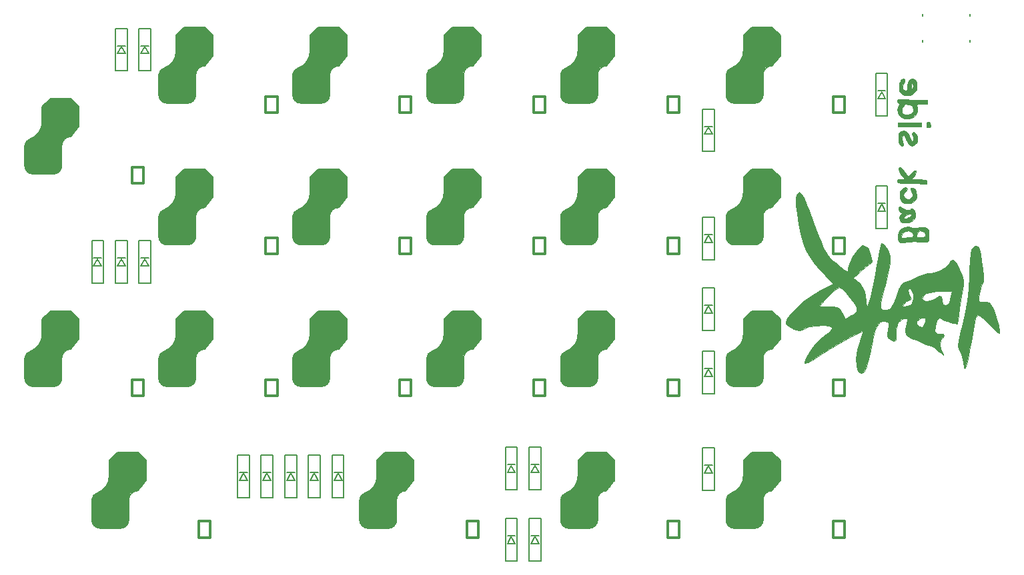
<source format=gbo>
G04 #@! TF.GenerationSoftware,KiCad,Pcbnew,(5.1.5)-3*
G04 #@! TF.CreationDate,2021-03-06T01:32:49+09:00*
G04 #@! TF.ProjectId,Setta21,53657474-6132-4312-9e6b-696361645f70,rev?*
G04 #@! TF.SameCoordinates,Original*
G04 #@! TF.FileFunction,Legend,Bot*
G04 #@! TF.FilePolarity,Positive*
%FSLAX46Y46*%
G04 Gerber Fmt 4.6, Leading zero omitted, Abs format (unit mm)*
G04 Created by KiCad (PCBNEW (5.1.5)-3) date 2021-03-06 01:32:49*
%MOMM*%
%LPD*%
G04 APERTURE LIST*
%ADD10C,0.150000*%
%ADD11C,0.300000*%
%ADD12C,0.010000*%
G04 APERTURE END LIST*
D10*
X63275000Y-77300000D02*
X63275000Y-74700000D01*
X67925000Y-77300000D02*
X67925000Y-74725000D01*
X70125000Y-72275000D02*
X70125000Y-69725000D01*
X65475000Y-71700000D02*
X65475000Y-69725000D01*
X66925000Y-78300000D02*
X64275000Y-78300000D01*
X69100000Y-68700000D02*
X66500000Y-68700000D01*
X69100000Y-73550000D02*
G75*
G03X67925000Y-74725000I0J-1175000D01*
G01*
X63978096Y-73837801D02*
G75*
G03X65475000Y-71700000I-778096J2137801D01*
G01*
X66500000Y-68700000D02*
X65475000Y-69725000D01*
X69100000Y-68700000D02*
X70125000Y-69725000D01*
X70125000Y-72275000D02*
X69100000Y-73550000D01*
X66925000Y-78300000D02*
G75*
G03X67925000Y-77300000I0J1000000D01*
G01*
X64275000Y-78300000D02*
G75*
G02X63275000Y-77300000I0J1000000D01*
G01*
X63276209Y-74699005D02*
G75*
G02X63978096Y-73837801I926887J-38796D01*
G01*
X66350000Y-68850000D02*
X69250000Y-68850000D01*
X66250000Y-69000000D02*
X69400000Y-69000000D01*
X66050000Y-69150000D02*
X69550000Y-69150000D01*
X65900000Y-69300000D02*
X69700000Y-69300000D01*
X65750000Y-69450000D02*
X69850000Y-69450000D01*
X65650000Y-69600000D02*
X70000000Y-69600000D01*
X65500000Y-69750000D02*
X70100000Y-69750000D01*
X65500000Y-69900000D02*
X70100000Y-69900000D01*
X65500000Y-70050000D02*
X70100000Y-70050000D01*
X65500000Y-70200000D02*
X70100000Y-70200000D01*
X65500000Y-70350000D02*
X70100000Y-70350000D01*
X65500000Y-70500000D02*
X70100000Y-70500000D01*
X65500000Y-70650000D02*
X70100000Y-70650000D01*
X65500000Y-70800000D02*
X70100000Y-70800000D01*
X65500000Y-70950000D02*
X70100000Y-70950000D01*
X65500000Y-71100000D02*
X70100000Y-71100000D01*
X65500000Y-71250000D02*
X70100000Y-71250000D01*
X65500000Y-71400000D02*
X70100000Y-71400000D01*
X65500000Y-71550000D02*
X70100000Y-71550000D01*
X65500000Y-71700000D02*
X70100000Y-71700000D01*
X65500000Y-71850000D02*
X70050000Y-71850000D01*
X65450000Y-72000000D02*
X70100000Y-72000000D01*
X65450000Y-72150000D02*
X70100000Y-72150000D01*
X65450000Y-72300000D02*
X70050000Y-72300000D01*
X65400000Y-72450000D02*
X69950000Y-72450000D01*
X65300000Y-72600000D02*
X69850000Y-72600000D01*
X65250000Y-72750000D02*
X69700000Y-72750000D01*
X65150000Y-72900000D02*
X69600000Y-72900000D01*
X65050000Y-73050000D02*
X69450000Y-73050000D01*
X64950000Y-73200000D02*
X69350000Y-73200000D01*
X64800000Y-73350000D02*
X69250000Y-73350000D01*
X64650000Y-73500000D02*
X69100000Y-73500000D01*
X64450000Y-73600000D02*
X68600000Y-73600000D01*
X64300000Y-73700000D02*
X68450000Y-73700000D01*
X64100000Y-73800000D02*
X68250000Y-73800000D01*
X63950000Y-73900000D02*
X68150000Y-73900000D01*
X63700000Y-74000000D02*
X68100000Y-74000000D01*
X63550000Y-74100000D02*
X68050000Y-74100000D01*
X63450000Y-74250000D02*
X68000000Y-74250000D01*
X63350000Y-74400000D02*
X67900000Y-74400000D01*
X63300000Y-74550000D02*
X67900000Y-74550000D01*
X63300000Y-74700000D02*
X67900000Y-74700000D01*
X63300000Y-74850000D02*
X67850000Y-74850000D01*
X63300000Y-75000000D02*
X67900000Y-75000000D01*
X63300000Y-75150000D02*
X67900000Y-75150000D01*
X63300000Y-75300000D02*
X67900000Y-75300000D01*
X63300000Y-75450000D02*
X67900000Y-75450000D01*
X63300000Y-75600000D02*
X67900000Y-75600000D01*
X63300000Y-75750000D02*
X67900000Y-75750000D01*
X63300000Y-75900000D02*
X67900000Y-75900000D01*
X63300000Y-76050000D02*
X67900000Y-76050000D01*
X63300000Y-76200000D02*
X67900000Y-76200000D01*
X63300000Y-76350000D02*
X67900000Y-76350000D01*
X63300000Y-76500000D02*
X67900000Y-76500000D01*
X63300000Y-76650000D02*
X67900000Y-76650000D01*
X63300000Y-76800000D02*
X67900000Y-76800000D01*
X63300000Y-76950000D02*
X67900000Y-76950000D01*
X63300000Y-77100000D02*
X67900000Y-77100000D01*
X63300000Y-77250000D02*
X67900000Y-77250000D01*
X63300000Y-77400000D02*
X67850000Y-77400000D01*
X63350000Y-77550000D02*
X67850000Y-77550000D01*
X63400000Y-77700000D02*
X67800000Y-77700000D01*
X63500000Y-77850000D02*
X67700000Y-77850000D01*
X63600000Y-77950000D02*
X67550000Y-77950000D01*
X63700000Y-78050000D02*
X67450000Y-78050000D01*
X63850000Y-78150000D02*
X67400000Y-78150000D01*
X105775000Y-122300000D02*
X105775000Y-119700000D01*
X110425000Y-122300000D02*
X110425000Y-119725000D01*
X112625000Y-117275000D02*
X112625000Y-114725000D01*
X107975000Y-116700000D02*
X107975000Y-114725000D01*
X109425000Y-123300000D02*
X106775000Y-123300000D01*
X111600000Y-113700000D02*
X109000000Y-113700000D01*
X111600000Y-118550000D02*
G75*
G03X110425000Y-119725000I0J-1175000D01*
G01*
X106478096Y-118837801D02*
G75*
G03X107975000Y-116700000I-778096J2137801D01*
G01*
X109000000Y-113700000D02*
X107975000Y-114725000D01*
X111600000Y-113700000D02*
X112625000Y-114725000D01*
X112625000Y-117275000D02*
X111600000Y-118550000D01*
X109425000Y-123300000D02*
G75*
G03X110425000Y-122300000I0J1000000D01*
G01*
X106775000Y-123300000D02*
G75*
G02X105775000Y-122300000I0J1000000D01*
G01*
X105776209Y-119699005D02*
G75*
G02X106478096Y-118837801I926887J-38796D01*
G01*
X108850000Y-113850000D02*
X111750000Y-113850000D01*
X108750000Y-114000000D02*
X111900000Y-114000000D01*
X108550000Y-114150000D02*
X112050000Y-114150000D01*
X108400000Y-114300000D02*
X112200000Y-114300000D01*
X108250000Y-114450000D02*
X112350000Y-114450000D01*
X108150000Y-114600000D02*
X112500000Y-114600000D01*
X108000000Y-114750000D02*
X112600000Y-114750000D01*
X108000000Y-114900000D02*
X112600000Y-114900000D01*
X108000000Y-115050000D02*
X112600000Y-115050000D01*
X108000000Y-115200000D02*
X112600000Y-115200000D01*
X108000000Y-115350000D02*
X112600000Y-115350000D01*
X108000000Y-115500000D02*
X112600000Y-115500000D01*
X108000000Y-115650000D02*
X112600000Y-115650000D01*
X108000000Y-115800000D02*
X112600000Y-115800000D01*
X108000000Y-115950000D02*
X112600000Y-115950000D01*
X108000000Y-116100000D02*
X112600000Y-116100000D01*
X108000000Y-116250000D02*
X112600000Y-116250000D01*
X108000000Y-116400000D02*
X112600000Y-116400000D01*
X108000000Y-116550000D02*
X112600000Y-116550000D01*
X108000000Y-116700000D02*
X112600000Y-116700000D01*
X108000000Y-116850000D02*
X112550000Y-116850000D01*
X107950000Y-117000000D02*
X112600000Y-117000000D01*
X107950000Y-117150000D02*
X112600000Y-117150000D01*
X107950000Y-117300000D02*
X112550000Y-117300000D01*
X107900000Y-117450000D02*
X112450000Y-117450000D01*
X107800000Y-117600000D02*
X112350000Y-117600000D01*
X107750000Y-117750000D02*
X112200000Y-117750000D01*
X107650000Y-117900000D02*
X112100000Y-117900000D01*
X107550000Y-118050000D02*
X111950000Y-118050000D01*
X107450000Y-118200000D02*
X111850000Y-118200000D01*
X107300000Y-118350000D02*
X111750000Y-118350000D01*
X107150000Y-118500000D02*
X111600000Y-118500000D01*
X106950000Y-118600000D02*
X111100000Y-118600000D01*
X106800000Y-118700000D02*
X110950000Y-118700000D01*
X106600000Y-118800000D02*
X110750000Y-118800000D01*
X106450000Y-118900000D02*
X110650000Y-118900000D01*
X106200000Y-119000000D02*
X110600000Y-119000000D01*
X106050000Y-119100000D02*
X110550000Y-119100000D01*
X105950000Y-119250000D02*
X110500000Y-119250000D01*
X105850000Y-119400000D02*
X110400000Y-119400000D01*
X105800000Y-119550000D02*
X110400000Y-119550000D01*
X105800000Y-119700000D02*
X110400000Y-119700000D01*
X105800000Y-119850000D02*
X110350000Y-119850000D01*
X105800000Y-120000000D02*
X110400000Y-120000000D01*
X105800000Y-120150000D02*
X110400000Y-120150000D01*
X105800000Y-120300000D02*
X110400000Y-120300000D01*
X105800000Y-120450000D02*
X110400000Y-120450000D01*
X105800000Y-120600000D02*
X110400000Y-120600000D01*
X105800000Y-120750000D02*
X110400000Y-120750000D01*
X105800000Y-120900000D02*
X110400000Y-120900000D01*
X105800000Y-121050000D02*
X110400000Y-121050000D01*
X105800000Y-121200000D02*
X110400000Y-121200000D01*
X105800000Y-121350000D02*
X110400000Y-121350000D01*
X105800000Y-121500000D02*
X110400000Y-121500000D01*
X105800000Y-121650000D02*
X110400000Y-121650000D01*
X105800000Y-121800000D02*
X110400000Y-121800000D01*
X105800000Y-121950000D02*
X110400000Y-121950000D01*
X105800000Y-122100000D02*
X110400000Y-122100000D01*
X105800000Y-122250000D02*
X110400000Y-122250000D01*
X105800000Y-122400000D02*
X110350000Y-122400000D01*
X105850000Y-122550000D02*
X110350000Y-122550000D01*
X105900000Y-122700000D02*
X110300000Y-122700000D01*
X106000000Y-122850000D02*
X110200000Y-122850000D01*
X106100000Y-122950000D02*
X110050000Y-122950000D01*
X106200000Y-123050000D02*
X109950000Y-123050000D01*
X106350000Y-123150000D02*
X109900000Y-123150000D01*
X80275000Y-104300000D02*
X80275000Y-101700000D01*
X84925000Y-104300000D02*
X84925000Y-101725000D01*
X87125000Y-99275000D02*
X87125000Y-96725000D01*
X82475000Y-98700000D02*
X82475000Y-96725000D01*
X83925000Y-105300000D02*
X81275000Y-105300000D01*
X86100000Y-95700000D02*
X83500000Y-95700000D01*
X86100000Y-100550000D02*
G75*
G03X84925000Y-101725000I0J-1175000D01*
G01*
X80978096Y-100837801D02*
G75*
G03X82475000Y-98700000I-778096J2137801D01*
G01*
X83500000Y-95700000D02*
X82475000Y-96725000D01*
X86100000Y-95700000D02*
X87125000Y-96725000D01*
X87125000Y-99275000D02*
X86100000Y-100550000D01*
X83925000Y-105300000D02*
G75*
G03X84925000Y-104300000I0J1000000D01*
G01*
X81275000Y-105300000D02*
G75*
G02X80275000Y-104300000I0J1000000D01*
G01*
X80276209Y-101699005D02*
G75*
G02X80978096Y-100837801I926887J-38796D01*
G01*
X83350000Y-95850000D02*
X86250000Y-95850000D01*
X83250000Y-96000000D02*
X86400000Y-96000000D01*
X83050000Y-96150000D02*
X86550000Y-96150000D01*
X82900000Y-96300000D02*
X86700000Y-96300000D01*
X82750000Y-96450000D02*
X86850000Y-96450000D01*
X82650000Y-96600000D02*
X87000000Y-96600000D01*
X82500000Y-96750000D02*
X87100000Y-96750000D01*
X82500000Y-96900000D02*
X87100000Y-96900000D01*
X82500000Y-97050000D02*
X87100000Y-97050000D01*
X82500000Y-97200000D02*
X87100000Y-97200000D01*
X82500000Y-97350000D02*
X87100000Y-97350000D01*
X82500000Y-97500000D02*
X87100000Y-97500000D01*
X82500000Y-97650000D02*
X87100000Y-97650000D01*
X82500000Y-97800000D02*
X87100000Y-97800000D01*
X82500000Y-97950000D02*
X87100000Y-97950000D01*
X82500000Y-98100000D02*
X87100000Y-98100000D01*
X82500000Y-98250000D02*
X87100000Y-98250000D01*
X82500000Y-98400000D02*
X87100000Y-98400000D01*
X82500000Y-98550000D02*
X87100000Y-98550000D01*
X82500000Y-98700000D02*
X87100000Y-98700000D01*
X82500000Y-98850000D02*
X87050000Y-98850000D01*
X82450000Y-99000000D02*
X87100000Y-99000000D01*
X82450000Y-99150000D02*
X87100000Y-99150000D01*
X82450000Y-99300000D02*
X87050000Y-99300000D01*
X82400000Y-99450000D02*
X86950000Y-99450000D01*
X82300000Y-99600000D02*
X86850000Y-99600000D01*
X82250000Y-99750000D02*
X86700000Y-99750000D01*
X82150000Y-99900000D02*
X86600000Y-99900000D01*
X82050000Y-100050000D02*
X86450000Y-100050000D01*
X81950000Y-100200000D02*
X86350000Y-100200000D01*
X81800000Y-100350000D02*
X86250000Y-100350000D01*
X81650000Y-100500000D02*
X86100000Y-100500000D01*
X81450000Y-100600000D02*
X85600000Y-100600000D01*
X81300000Y-100700000D02*
X85450000Y-100700000D01*
X81100000Y-100800000D02*
X85250000Y-100800000D01*
X80950000Y-100900000D02*
X85150000Y-100900000D01*
X80700000Y-101000000D02*
X85100000Y-101000000D01*
X80550000Y-101100000D02*
X85050000Y-101100000D01*
X80450000Y-101250000D02*
X85000000Y-101250000D01*
X80350000Y-101400000D02*
X84900000Y-101400000D01*
X80300000Y-101550000D02*
X84900000Y-101550000D01*
X80300000Y-101700000D02*
X84900000Y-101700000D01*
X80300000Y-101850000D02*
X84850000Y-101850000D01*
X80300000Y-102000000D02*
X84900000Y-102000000D01*
X80300000Y-102150000D02*
X84900000Y-102150000D01*
X80300000Y-102300000D02*
X84900000Y-102300000D01*
X80300000Y-102450000D02*
X84900000Y-102450000D01*
X80300000Y-102600000D02*
X84900000Y-102600000D01*
X80300000Y-102750000D02*
X84900000Y-102750000D01*
X80300000Y-102900000D02*
X84900000Y-102900000D01*
X80300000Y-103050000D02*
X84900000Y-103050000D01*
X80300000Y-103200000D02*
X84900000Y-103200000D01*
X80300000Y-103350000D02*
X84900000Y-103350000D01*
X80300000Y-103500000D02*
X84900000Y-103500000D01*
X80300000Y-103650000D02*
X84900000Y-103650000D01*
X80300000Y-103800000D02*
X84900000Y-103800000D01*
X80300000Y-103950000D02*
X84900000Y-103950000D01*
X80300000Y-104100000D02*
X84900000Y-104100000D01*
X80300000Y-104250000D02*
X84900000Y-104250000D01*
X80300000Y-104400000D02*
X84850000Y-104400000D01*
X80350000Y-104550000D02*
X84850000Y-104550000D01*
X80400000Y-104700000D02*
X84800000Y-104700000D01*
X80500000Y-104850000D02*
X84700000Y-104850000D01*
X80600000Y-104950000D02*
X84550000Y-104950000D01*
X80700000Y-105050000D02*
X84450000Y-105050000D01*
X80850000Y-105150000D02*
X84400000Y-105150000D01*
X131275000Y-68300000D02*
X131275000Y-65700000D01*
X135925000Y-68300000D02*
X135925000Y-65725000D01*
X138125000Y-63275000D02*
X138125000Y-60725000D01*
X133475000Y-62700000D02*
X133475000Y-60725000D01*
X134925000Y-69300000D02*
X132275000Y-69300000D01*
X137100000Y-59700000D02*
X134500000Y-59700000D01*
X137100000Y-64550000D02*
G75*
G03X135925000Y-65725000I0J-1175000D01*
G01*
X131978096Y-64837801D02*
G75*
G03X133475000Y-62700000I-778096J2137801D01*
G01*
X134500000Y-59700000D02*
X133475000Y-60725000D01*
X137100000Y-59700000D02*
X138125000Y-60725000D01*
X138125000Y-63275000D02*
X137100000Y-64550000D01*
X134925000Y-69300000D02*
G75*
G03X135925000Y-68300000I0J1000000D01*
G01*
X132275000Y-69300000D02*
G75*
G02X131275000Y-68300000I0J1000000D01*
G01*
X131276209Y-65699005D02*
G75*
G02X131978096Y-64837801I926887J-38796D01*
G01*
X134350000Y-59850000D02*
X137250000Y-59850000D01*
X134250000Y-60000000D02*
X137400000Y-60000000D01*
X134050000Y-60150000D02*
X137550000Y-60150000D01*
X133900000Y-60300000D02*
X137700000Y-60300000D01*
X133750000Y-60450000D02*
X137850000Y-60450000D01*
X133650000Y-60600000D02*
X138000000Y-60600000D01*
X133500000Y-60750000D02*
X138100000Y-60750000D01*
X133500000Y-60900000D02*
X138100000Y-60900000D01*
X133500000Y-61050000D02*
X138100000Y-61050000D01*
X133500000Y-61200000D02*
X138100000Y-61200000D01*
X133500000Y-61350000D02*
X138100000Y-61350000D01*
X133500000Y-61500000D02*
X138100000Y-61500000D01*
X133500000Y-61650000D02*
X138100000Y-61650000D01*
X133500000Y-61800000D02*
X138100000Y-61800000D01*
X133500000Y-61950000D02*
X138100000Y-61950000D01*
X133500000Y-62100000D02*
X138100000Y-62100000D01*
X133500000Y-62250000D02*
X138100000Y-62250000D01*
X133500000Y-62400000D02*
X138100000Y-62400000D01*
X133500000Y-62550000D02*
X138100000Y-62550000D01*
X133500000Y-62700000D02*
X138100000Y-62700000D01*
X133500000Y-62850000D02*
X138050000Y-62850000D01*
X133450000Y-63000000D02*
X138100000Y-63000000D01*
X133450000Y-63150000D02*
X138100000Y-63150000D01*
X133450000Y-63300000D02*
X138050000Y-63300000D01*
X133400000Y-63450000D02*
X137950000Y-63450000D01*
X133300000Y-63600000D02*
X137850000Y-63600000D01*
X133250000Y-63750000D02*
X137700000Y-63750000D01*
X133150000Y-63900000D02*
X137600000Y-63900000D01*
X133050000Y-64050000D02*
X137450000Y-64050000D01*
X132950000Y-64200000D02*
X137350000Y-64200000D01*
X132800000Y-64350000D02*
X137250000Y-64350000D01*
X132650000Y-64500000D02*
X137100000Y-64500000D01*
X132450000Y-64600000D02*
X136600000Y-64600000D01*
X132300000Y-64700000D02*
X136450000Y-64700000D01*
X132100000Y-64800000D02*
X136250000Y-64800000D01*
X131950000Y-64900000D02*
X136150000Y-64900000D01*
X131700000Y-65000000D02*
X136100000Y-65000000D01*
X131550000Y-65100000D02*
X136050000Y-65100000D01*
X131450000Y-65250000D02*
X136000000Y-65250000D01*
X131350000Y-65400000D02*
X135900000Y-65400000D01*
X131300000Y-65550000D02*
X135900000Y-65550000D01*
X131300000Y-65700000D02*
X135900000Y-65700000D01*
X131300000Y-65850000D02*
X135850000Y-65850000D01*
X131300000Y-66000000D02*
X135900000Y-66000000D01*
X131300000Y-66150000D02*
X135900000Y-66150000D01*
X131300000Y-66300000D02*
X135900000Y-66300000D01*
X131300000Y-66450000D02*
X135900000Y-66450000D01*
X131300000Y-66600000D02*
X135900000Y-66600000D01*
X131300000Y-66750000D02*
X135900000Y-66750000D01*
X131300000Y-66900000D02*
X135900000Y-66900000D01*
X131300000Y-67050000D02*
X135900000Y-67050000D01*
X131300000Y-67200000D02*
X135900000Y-67200000D01*
X131300000Y-67350000D02*
X135900000Y-67350000D01*
X131300000Y-67500000D02*
X135900000Y-67500000D01*
X131300000Y-67650000D02*
X135900000Y-67650000D01*
X131300000Y-67800000D02*
X135900000Y-67800000D01*
X131300000Y-67950000D02*
X135900000Y-67950000D01*
X131300000Y-68100000D02*
X135900000Y-68100000D01*
X131300000Y-68250000D02*
X135900000Y-68250000D01*
X131300000Y-68400000D02*
X135850000Y-68400000D01*
X131350000Y-68550000D02*
X135850000Y-68550000D01*
X131400000Y-68700000D02*
X135800000Y-68700000D01*
X131500000Y-68850000D02*
X135700000Y-68850000D01*
X131600000Y-68950000D02*
X135550000Y-68950000D01*
X131700000Y-69050000D02*
X135450000Y-69050000D01*
X131850000Y-69150000D02*
X135400000Y-69150000D01*
X152275000Y-122300000D02*
X152275000Y-119700000D01*
X156925000Y-122300000D02*
X156925000Y-119725000D01*
X159125000Y-117275000D02*
X159125000Y-114725000D01*
X154475000Y-116700000D02*
X154475000Y-114725000D01*
X155925000Y-123300000D02*
X153275000Y-123300000D01*
X158100000Y-113700000D02*
X155500000Y-113700000D01*
X158100000Y-118550000D02*
G75*
G03X156925000Y-119725000I0J-1175000D01*
G01*
X152978096Y-118837801D02*
G75*
G03X154475000Y-116700000I-778096J2137801D01*
G01*
X155500000Y-113700000D02*
X154475000Y-114725000D01*
X158100000Y-113700000D02*
X159125000Y-114725000D01*
X159125000Y-117275000D02*
X158100000Y-118550000D01*
X155925000Y-123300000D02*
G75*
G03X156925000Y-122300000I0J1000000D01*
G01*
X153275000Y-123300000D02*
G75*
G02X152275000Y-122300000I0J1000000D01*
G01*
X152276209Y-119699005D02*
G75*
G02X152978096Y-118837801I926887J-38796D01*
G01*
X155350000Y-113850000D02*
X158250000Y-113850000D01*
X155250000Y-114000000D02*
X158400000Y-114000000D01*
X155050000Y-114150000D02*
X158550000Y-114150000D01*
X154900000Y-114300000D02*
X158700000Y-114300000D01*
X154750000Y-114450000D02*
X158850000Y-114450000D01*
X154650000Y-114600000D02*
X159000000Y-114600000D01*
X154500000Y-114750000D02*
X159100000Y-114750000D01*
X154500000Y-114900000D02*
X159100000Y-114900000D01*
X154500000Y-115050000D02*
X159100000Y-115050000D01*
X154500000Y-115200000D02*
X159100000Y-115200000D01*
X154500000Y-115350000D02*
X159100000Y-115350000D01*
X154500000Y-115500000D02*
X159100000Y-115500000D01*
X154500000Y-115650000D02*
X159100000Y-115650000D01*
X154500000Y-115800000D02*
X159100000Y-115800000D01*
X154500000Y-115950000D02*
X159100000Y-115950000D01*
X154500000Y-116100000D02*
X159100000Y-116100000D01*
X154500000Y-116250000D02*
X159100000Y-116250000D01*
X154500000Y-116400000D02*
X159100000Y-116400000D01*
X154500000Y-116550000D02*
X159100000Y-116550000D01*
X154500000Y-116700000D02*
X159100000Y-116700000D01*
X154500000Y-116850000D02*
X159050000Y-116850000D01*
X154450000Y-117000000D02*
X159100000Y-117000000D01*
X154450000Y-117150000D02*
X159100000Y-117150000D01*
X154450000Y-117300000D02*
X159050000Y-117300000D01*
X154400000Y-117450000D02*
X158950000Y-117450000D01*
X154300000Y-117600000D02*
X158850000Y-117600000D01*
X154250000Y-117750000D02*
X158700000Y-117750000D01*
X154150000Y-117900000D02*
X158600000Y-117900000D01*
X154050000Y-118050000D02*
X158450000Y-118050000D01*
X153950000Y-118200000D02*
X158350000Y-118200000D01*
X153800000Y-118350000D02*
X158250000Y-118350000D01*
X153650000Y-118500000D02*
X158100000Y-118500000D01*
X153450000Y-118600000D02*
X157600000Y-118600000D01*
X153300000Y-118700000D02*
X157450000Y-118700000D01*
X153100000Y-118800000D02*
X157250000Y-118800000D01*
X152950000Y-118900000D02*
X157150000Y-118900000D01*
X152700000Y-119000000D02*
X157100000Y-119000000D01*
X152550000Y-119100000D02*
X157050000Y-119100000D01*
X152450000Y-119250000D02*
X157000000Y-119250000D01*
X152350000Y-119400000D02*
X156900000Y-119400000D01*
X152300000Y-119550000D02*
X156900000Y-119550000D01*
X152300000Y-119700000D02*
X156900000Y-119700000D01*
X152300000Y-119850000D02*
X156850000Y-119850000D01*
X152300000Y-120000000D02*
X156900000Y-120000000D01*
X152300000Y-120150000D02*
X156900000Y-120150000D01*
X152300000Y-120300000D02*
X156900000Y-120300000D01*
X152300000Y-120450000D02*
X156900000Y-120450000D01*
X152300000Y-120600000D02*
X156900000Y-120600000D01*
X152300000Y-120750000D02*
X156900000Y-120750000D01*
X152300000Y-120900000D02*
X156900000Y-120900000D01*
X152300000Y-121050000D02*
X156900000Y-121050000D01*
X152300000Y-121200000D02*
X156900000Y-121200000D01*
X152300000Y-121350000D02*
X156900000Y-121350000D01*
X152300000Y-121500000D02*
X156900000Y-121500000D01*
X152300000Y-121650000D02*
X156900000Y-121650000D01*
X152300000Y-121800000D02*
X156900000Y-121800000D01*
X152300000Y-121950000D02*
X156900000Y-121950000D01*
X152300000Y-122100000D02*
X156900000Y-122100000D01*
X152300000Y-122250000D02*
X156900000Y-122250000D01*
X152300000Y-122400000D02*
X156850000Y-122400000D01*
X152350000Y-122550000D02*
X156850000Y-122550000D01*
X152400000Y-122700000D02*
X156800000Y-122700000D01*
X152500000Y-122850000D02*
X156700000Y-122850000D01*
X152600000Y-122950000D02*
X156550000Y-122950000D01*
X152700000Y-123050000D02*
X156450000Y-123050000D01*
X152850000Y-123150000D02*
X156400000Y-123150000D01*
X152275000Y-104300000D02*
X152275000Y-101700000D01*
X156925000Y-104300000D02*
X156925000Y-101725000D01*
X159125000Y-99275000D02*
X159125000Y-96725000D01*
X154475000Y-98700000D02*
X154475000Y-96725000D01*
X155925000Y-105300000D02*
X153275000Y-105300000D01*
X158100000Y-95700000D02*
X155500000Y-95700000D01*
X158100000Y-100550000D02*
G75*
G03X156925000Y-101725000I0J-1175000D01*
G01*
X152978096Y-100837801D02*
G75*
G03X154475000Y-98700000I-778096J2137801D01*
G01*
X155500000Y-95700000D02*
X154475000Y-96725000D01*
X158100000Y-95700000D02*
X159125000Y-96725000D01*
X159125000Y-99275000D02*
X158100000Y-100550000D01*
X155925000Y-105300000D02*
G75*
G03X156925000Y-104300000I0J1000000D01*
G01*
X153275000Y-105300000D02*
G75*
G02X152275000Y-104300000I0J1000000D01*
G01*
X152276209Y-101699005D02*
G75*
G02X152978096Y-100837801I926887J-38796D01*
G01*
X155350000Y-95850000D02*
X158250000Y-95850000D01*
X155250000Y-96000000D02*
X158400000Y-96000000D01*
X155050000Y-96150000D02*
X158550000Y-96150000D01*
X154900000Y-96300000D02*
X158700000Y-96300000D01*
X154750000Y-96450000D02*
X158850000Y-96450000D01*
X154650000Y-96600000D02*
X159000000Y-96600000D01*
X154500000Y-96750000D02*
X159100000Y-96750000D01*
X154500000Y-96900000D02*
X159100000Y-96900000D01*
X154500000Y-97050000D02*
X159100000Y-97050000D01*
X154500000Y-97200000D02*
X159100000Y-97200000D01*
X154500000Y-97350000D02*
X159100000Y-97350000D01*
X154500000Y-97500000D02*
X159100000Y-97500000D01*
X154500000Y-97650000D02*
X159100000Y-97650000D01*
X154500000Y-97800000D02*
X159100000Y-97800000D01*
X154500000Y-97950000D02*
X159100000Y-97950000D01*
X154500000Y-98100000D02*
X159100000Y-98100000D01*
X154500000Y-98250000D02*
X159100000Y-98250000D01*
X154500000Y-98400000D02*
X159100000Y-98400000D01*
X154500000Y-98550000D02*
X159100000Y-98550000D01*
X154500000Y-98700000D02*
X159100000Y-98700000D01*
X154500000Y-98850000D02*
X159050000Y-98850000D01*
X154450000Y-99000000D02*
X159100000Y-99000000D01*
X154450000Y-99150000D02*
X159100000Y-99150000D01*
X154450000Y-99300000D02*
X159050000Y-99300000D01*
X154400000Y-99450000D02*
X158950000Y-99450000D01*
X154300000Y-99600000D02*
X158850000Y-99600000D01*
X154250000Y-99750000D02*
X158700000Y-99750000D01*
X154150000Y-99900000D02*
X158600000Y-99900000D01*
X154050000Y-100050000D02*
X158450000Y-100050000D01*
X153950000Y-100200000D02*
X158350000Y-100200000D01*
X153800000Y-100350000D02*
X158250000Y-100350000D01*
X153650000Y-100500000D02*
X158100000Y-100500000D01*
X153450000Y-100600000D02*
X157600000Y-100600000D01*
X153300000Y-100700000D02*
X157450000Y-100700000D01*
X153100000Y-100800000D02*
X157250000Y-100800000D01*
X152950000Y-100900000D02*
X157150000Y-100900000D01*
X152700000Y-101000000D02*
X157100000Y-101000000D01*
X152550000Y-101100000D02*
X157050000Y-101100000D01*
X152450000Y-101250000D02*
X157000000Y-101250000D01*
X152350000Y-101400000D02*
X156900000Y-101400000D01*
X152300000Y-101550000D02*
X156900000Y-101550000D01*
X152300000Y-101700000D02*
X156900000Y-101700000D01*
X152300000Y-101850000D02*
X156850000Y-101850000D01*
X152300000Y-102000000D02*
X156900000Y-102000000D01*
X152300000Y-102150000D02*
X156900000Y-102150000D01*
X152300000Y-102300000D02*
X156900000Y-102300000D01*
X152300000Y-102450000D02*
X156900000Y-102450000D01*
X152300000Y-102600000D02*
X156900000Y-102600000D01*
X152300000Y-102750000D02*
X156900000Y-102750000D01*
X152300000Y-102900000D02*
X156900000Y-102900000D01*
X152300000Y-103050000D02*
X156900000Y-103050000D01*
X152300000Y-103200000D02*
X156900000Y-103200000D01*
X152300000Y-103350000D02*
X156900000Y-103350000D01*
X152300000Y-103500000D02*
X156900000Y-103500000D01*
X152300000Y-103650000D02*
X156900000Y-103650000D01*
X152300000Y-103800000D02*
X156900000Y-103800000D01*
X152300000Y-103950000D02*
X156900000Y-103950000D01*
X152300000Y-104100000D02*
X156900000Y-104100000D01*
X152300000Y-104250000D02*
X156900000Y-104250000D01*
X152300000Y-104400000D02*
X156850000Y-104400000D01*
X152350000Y-104550000D02*
X156850000Y-104550000D01*
X152400000Y-104700000D02*
X156800000Y-104700000D01*
X152500000Y-104850000D02*
X156700000Y-104850000D01*
X152600000Y-104950000D02*
X156550000Y-104950000D01*
X152700000Y-105050000D02*
X156450000Y-105050000D01*
X152850000Y-105150000D02*
X156400000Y-105150000D01*
X152275000Y-86300000D02*
X152275000Y-83700000D01*
X156925000Y-86300000D02*
X156925000Y-83725000D01*
X159125000Y-81275000D02*
X159125000Y-78725000D01*
X154475000Y-80700000D02*
X154475000Y-78725000D01*
X155925000Y-87300000D02*
X153275000Y-87300000D01*
X158100000Y-77700000D02*
X155500000Y-77700000D01*
X158100000Y-82550000D02*
G75*
G03X156925000Y-83725000I0J-1175000D01*
G01*
X152978096Y-82837801D02*
G75*
G03X154475000Y-80700000I-778096J2137801D01*
G01*
X155500000Y-77700000D02*
X154475000Y-78725000D01*
X158100000Y-77700000D02*
X159125000Y-78725000D01*
X159125000Y-81275000D02*
X158100000Y-82550000D01*
X155925000Y-87300000D02*
G75*
G03X156925000Y-86300000I0J1000000D01*
G01*
X153275000Y-87300000D02*
G75*
G02X152275000Y-86300000I0J1000000D01*
G01*
X152276209Y-83699005D02*
G75*
G02X152978096Y-82837801I926887J-38796D01*
G01*
X155350000Y-77850000D02*
X158250000Y-77850000D01*
X155250000Y-78000000D02*
X158400000Y-78000000D01*
X155050000Y-78150000D02*
X158550000Y-78150000D01*
X154900000Y-78300000D02*
X158700000Y-78300000D01*
X154750000Y-78450000D02*
X158850000Y-78450000D01*
X154650000Y-78600000D02*
X159000000Y-78600000D01*
X154500000Y-78750000D02*
X159100000Y-78750000D01*
X154500000Y-78900000D02*
X159100000Y-78900000D01*
X154500000Y-79050000D02*
X159100000Y-79050000D01*
X154500000Y-79200000D02*
X159100000Y-79200000D01*
X154500000Y-79350000D02*
X159100000Y-79350000D01*
X154500000Y-79500000D02*
X159100000Y-79500000D01*
X154500000Y-79650000D02*
X159100000Y-79650000D01*
X154500000Y-79800000D02*
X159100000Y-79800000D01*
X154500000Y-79950000D02*
X159100000Y-79950000D01*
X154500000Y-80100000D02*
X159100000Y-80100000D01*
X154500000Y-80250000D02*
X159100000Y-80250000D01*
X154500000Y-80400000D02*
X159100000Y-80400000D01*
X154500000Y-80550000D02*
X159100000Y-80550000D01*
X154500000Y-80700000D02*
X159100000Y-80700000D01*
X154500000Y-80850000D02*
X159050000Y-80850000D01*
X154450000Y-81000000D02*
X159100000Y-81000000D01*
X154450000Y-81150000D02*
X159100000Y-81150000D01*
X154450000Y-81300000D02*
X159050000Y-81300000D01*
X154400000Y-81450000D02*
X158950000Y-81450000D01*
X154300000Y-81600000D02*
X158850000Y-81600000D01*
X154250000Y-81750000D02*
X158700000Y-81750000D01*
X154150000Y-81900000D02*
X158600000Y-81900000D01*
X154050000Y-82050000D02*
X158450000Y-82050000D01*
X153950000Y-82200000D02*
X158350000Y-82200000D01*
X153800000Y-82350000D02*
X158250000Y-82350000D01*
X153650000Y-82500000D02*
X158100000Y-82500000D01*
X153450000Y-82600000D02*
X157600000Y-82600000D01*
X153300000Y-82700000D02*
X157450000Y-82700000D01*
X153100000Y-82800000D02*
X157250000Y-82800000D01*
X152950000Y-82900000D02*
X157150000Y-82900000D01*
X152700000Y-83000000D02*
X157100000Y-83000000D01*
X152550000Y-83100000D02*
X157050000Y-83100000D01*
X152450000Y-83250000D02*
X157000000Y-83250000D01*
X152350000Y-83400000D02*
X156900000Y-83400000D01*
X152300000Y-83550000D02*
X156900000Y-83550000D01*
X152300000Y-83700000D02*
X156900000Y-83700000D01*
X152300000Y-83850000D02*
X156850000Y-83850000D01*
X152300000Y-84000000D02*
X156900000Y-84000000D01*
X152300000Y-84150000D02*
X156900000Y-84150000D01*
X152300000Y-84300000D02*
X156900000Y-84300000D01*
X152300000Y-84450000D02*
X156900000Y-84450000D01*
X152300000Y-84600000D02*
X156900000Y-84600000D01*
X152300000Y-84750000D02*
X156900000Y-84750000D01*
X152300000Y-84900000D02*
X156900000Y-84900000D01*
X152300000Y-85050000D02*
X156900000Y-85050000D01*
X152300000Y-85200000D02*
X156900000Y-85200000D01*
X152300000Y-85350000D02*
X156900000Y-85350000D01*
X152300000Y-85500000D02*
X156900000Y-85500000D01*
X152300000Y-85650000D02*
X156900000Y-85650000D01*
X152300000Y-85800000D02*
X156900000Y-85800000D01*
X152300000Y-85950000D02*
X156900000Y-85950000D01*
X152300000Y-86100000D02*
X156900000Y-86100000D01*
X152300000Y-86250000D02*
X156900000Y-86250000D01*
X152300000Y-86400000D02*
X156850000Y-86400000D01*
X152350000Y-86550000D02*
X156850000Y-86550000D01*
X152400000Y-86700000D02*
X156800000Y-86700000D01*
X152500000Y-86850000D02*
X156700000Y-86850000D01*
X152600000Y-86950000D02*
X156550000Y-86950000D01*
X152700000Y-87050000D02*
X156450000Y-87050000D01*
X152850000Y-87150000D02*
X156400000Y-87150000D01*
X63275000Y-104300000D02*
X63275000Y-101700000D01*
X67925000Y-104300000D02*
X67925000Y-101725000D01*
X70125000Y-99275000D02*
X70125000Y-96725000D01*
X65475000Y-98700000D02*
X65475000Y-96725000D01*
X66925000Y-105300000D02*
X64275000Y-105300000D01*
X69100000Y-95700000D02*
X66500000Y-95700000D01*
X69100000Y-100550000D02*
G75*
G03X67925000Y-101725000I0J-1175000D01*
G01*
X63978096Y-100837801D02*
G75*
G03X65475000Y-98700000I-778096J2137801D01*
G01*
X66500000Y-95700000D02*
X65475000Y-96725000D01*
X69100000Y-95700000D02*
X70125000Y-96725000D01*
X70125000Y-99275000D02*
X69100000Y-100550000D01*
X66925000Y-105300000D02*
G75*
G03X67925000Y-104300000I0J1000000D01*
G01*
X64275000Y-105300000D02*
G75*
G02X63275000Y-104300000I0J1000000D01*
G01*
X63276209Y-101699005D02*
G75*
G02X63978096Y-100837801I926887J-38796D01*
G01*
X66350000Y-95850000D02*
X69250000Y-95850000D01*
X66250000Y-96000000D02*
X69400000Y-96000000D01*
X66050000Y-96150000D02*
X69550000Y-96150000D01*
X65900000Y-96300000D02*
X69700000Y-96300000D01*
X65750000Y-96450000D02*
X69850000Y-96450000D01*
X65650000Y-96600000D02*
X70000000Y-96600000D01*
X65500000Y-96750000D02*
X70100000Y-96750000D01*
X65500000Y-96900000D02*
X70100000Y-96900000D01*
X65500000Y-97050000D02*
X70100000Y-97050000D01*
X65500000Y-97200000D02*
X70100000Y-97200000D01*
X65500000Y-97350000D02*
X70100000Y-97350000D01*
X65500000Y-97500000D02*
X70100000Y-97500000D01*
X65500000Y-97650000D02*
X70100000Y-97650000D01*
X65500000Y-97800000D02*
X70100000Y-97800000D01*
X65500000Y-97950000D02*
X70100000Y-97950000D01*
X65500000Y-98100000D02*
X70100000Y-98100000D01*
X65500000Y-98250000D02*
X70100000Y-98250000D01*
X65500000Y-98400000D02*
X70100000Y-98400000D01*
X65500000Y-98550000D02*
X70100000Y-98550000D01*
X65500000Y-98700000D02*
X70100000Y-98700000D01*
X65500000Y-98850000D02*
X70050000Y-98850000D01*
X65450000Y-99000000D02*
X70100000Y-99000000D01*
X65450000Y-99150000D02*
X70100000Y-99150000D01*
X65450000Y-99300000D02*
X70050000Y-99300000D01*
X65400000Y-99450000D02*
X69950000Y-99450000D01*
X65300000Y-99600000D02*
X69850000Y-99600000D01*
X65250000Y-99750000D02*
X69700000Y-99750000D01*
X65150000Y-99900000D02*
X69600000Y-99900000D01*
X65050000Y-100050000D02*
X69450000Y-100050000D01*
X64950000Y-100200000D02*
X69350000Y-100200000D01*
X64800000Y-100350000D02*
X69250000Y-100350000D01*
X64650000Y-100500000D02*
X69100000Y-100500000D01*
X64450000Y-100600000D02*
X68600000Y-100600000D01*
X64300000Y-100700000D02*
X68450000Y-100700000D01*
X64100000Y-100800000D02*
X68250000Y-100800000D01*
X63950000Y-100900000D02*
X68150000Y-100900000D01*
X63700000Y-101000000D02*
X68100000Y-101000000D01*
X63550000Y-101100000D02*
X68050000Y-101100000D01*
X63450000Y-101250000D02*
X68000000Y-101250000D01*
X63350000Y-101400000D02*
X67900000Y-101400000D01*
X63300000Y-101550000D02*
X67900000Y-101550000D01*
X63300000Y-101700000D02*
X67900000Y-101700000D01*
X63300000Y-101850000D02*
X67850000Y-101850000D01*
X63300000Y-102000000D02*
X67900000Y-102000000D01*
X63300000Y-102150000D02*
X67900000Y-102150000D01*
X63300000Y-102300000D02*
X67900000Y-102300000D01*
X63300000Y-102450000D02*
X67900000Y-102450000D01*
X63300000Y-102600000D02*
X67900000Y-102600000D01*
X63300000Y-102750000D02*
X67900000Y-102750000D01*
X63300000Y-102900000D02*
X67900000Y-102900000D01*
X63300000Y-103050000D02*
X67900000Y-103050000D01*
X63300000Y-103200000D02*
X67900000Y-103200000D01*
X63300000Y-103350000D02*
X67900000Y-103350000D01*
X63300000Y-103500000D02*
X67900000Y-103500000D01*
X63300000Y-103650000D02*
X67900000Y-103650000D01*
X63300000Y-103800000D02*
X67900000Y-103800000D01*
X63300000Y-103950000D02*
X67900000Y-103950000D01*
X63300000Y-104100000D02*
X67900000Y-104100000D01*
X63300000Y-104250000D02*
X67900000Y-104250000D01*
X63300000Y-104400000D02*
X67850000Y-104400000D01*
X63350000Y-104550000D02*
X67850000Y-104550000D01*
X63400000Y-104700000D02*
X67800000Y-104700000D01*
X63500000Y-104850000D02*
X67700000Y-104850000D01*
X63600000Y-104950000D02*
X67550000Y-104950000D01*
X63700000Y-105050000D02*
X67450000Y-105050000D01*
X63850000Y-105150000D02*
X67400000Y-105150000D01*
X80275000Y-68300000D02*
X80275000Y-65700000D01*
X84925000Y-68300000D02*
X84925000Y-65725000D01*
X87125000Y-63275000D02*
X87125000Y-60725000D01*
X82475000Y-62700000D02*
X82475000Y-60725000D01*
X83925000Y-69300000D02*
X81275000Y-69300000D01*
X86100000Y-59700000D02*
X83500000Y-59700000D01*
X86100000Y-64550000D02*
G75*
G03X84925000Y-65725000I0J-1175000D01*
G01*
X80978096Y-64837801D02*
G75*
G03X82475000Y-62700000I-778096J2137801D01*
G01*
X83500000Y-59700000D02*
X82475000Y-60725000D01*
X86100000Y-59700000D02*
X87125000Y-60725000D01*
X87125000Y-63275000D02*
X86100000Y-64550000D01*
X83925000Y-69300000D02*
G75*
G03X84925000Y-68300000I0J1000000D01*
G01*
X81275000Y-69300000D02*
G75*
G02X80275000Y-68300000I0J1000000D01*
G01*
X80276209Y-65699005D02*
G75*
G02X80978096Y-64837801I926887J-38796D01*
G01*
X83350000Y-59850000D02*
X86250000Y-59850000D01*
X83250000Y-60000000D02*
X86400000Y-60000000D01*
X83050000Y-60150000D02*
X86550000Y-60150000D01*
X82900000Y-60300000D02*
X86700000Y-60300000D01*
X82750000Y-60450000D02*
X86850000Y-60450000D01*
X82650000Y-60600000D02*
X87000000Y-60600000D01*
X82500000Y-60750000D02*
X87100000Y-60750000D01*
X82500000Y-60900000D02*
X87100000Y-60900000D01*
X82500000Y-61050000D02*
X87100000Y-61050000D01*
X82500000Y-61200000D02*
X87100000Y-61200000D01*
X82500000Y-61350000D02*
X87100000Y-61350000D01*
X82500000Y-61500000D02*
X87100000Y-61500000D01*
X82500000Y-61650000D02*
X87100000Y-61650000D01*
X82500000Y-61800000D02*
X87100000Y-61800000D01*
X82500000Y-61950000D02*
X87100000Y-61950000D01*
X82500000Y-62100000D02*
X87100000Y-62100000D01*
X82500000Y-62250000D02*
X87100000Y-62250000D01*
X82500000Y-62400000D02*
X87100000Y-62400000D01*
X82500000Y-62550000D02*
X87100000Y-62550000D01*
X82500000Y-62700000D02*
X87100000Y-62700000D01*
X82500000Y-62850000D02*
X87050000Y-62850000D01*
X82450000Y-63000000D02*
X87100000Y-63000000D01*
X82450000Y-63150000D02*
X87100000Y-63150000D01*
X82450000Y-63300000D02*
X87050000Y-63300000D01*
X82400000Y-63450000D02*
X86950000Y-63450000D01*
X82300000Y-63600000D02*
X86850000Y-63600000D01*
X82250000Y-63750000D02*
X86700000Y-63750000D01*
X82150000Y-63900000D02*
X86600000Y-63900000D01*
X82050000Y-64050000D02*
X86450000Y-64050000D01*
X81950000Y-64200000D02*
X86350000Y-64200000D01*
X81800000Y-64350000D02*
X86250000Y-64350000D01*
X81650000Y-64500000D02*
X86100000Y-64500000D01*
X81450000Y-64600000D02*
X85600000Y-64600000D01*
X81300000Y-64700000D02*
X85450000Y-64700000D01*
X81100000Y-64800000D02*
X85250000Y-64800000D01*
X80950000Y-64900000D02*
X85150000Y-64900000D01*
X80700000Y-65000000D02*
X85100000Y-65000000D01*
X80550000Y-65100000D02*
X85050000Y-65100000D01*
X80450000Y-65250000D02*
X85000000Y-65250000D01*
X80350000Y-65400000D02*
X84900000Y-65400000D01*
X80300000Y-65550000D02*
X84900000Y-65550000D01*
X80300000Y-65700000D02*
X84900000Y-65700000D01*
X80300000Y-65850000D02*
X84850000Y-65850000D01*
X80300000Y-66000000D02*
X84900000Y-66000000D01*
X80300000Y-66150000D02*
X84900000Y-66150000D01*
X80300000Y-66300000D02*
X84900000Y-66300000D01*
X80300000Y-66450000D02*
X84900000Y-66450000D01*
X80300000Y-66600000D02*
X84900000Y-66600000D01*
X80300000Y-66750000D02*
X84900000Y-66750000D01*
X80300000Y-66900000D02*
X84900000Y-66900000D01*
X80300000Y-67050000D02*
X84900000Y-67050000D01*
X80300000Y-67200000D02*
X84900000Y-67200000D01*
X80300000Y-67350000D02*
X84900000Y-67350000D01*
X80300000Y-67500000D02*
X84900000Y-67500000D01*
X80300000Y-67650000D02*
X84900000Y-67650000D01*
X80300000Y-67800000D02*
X84900000Y-67800000D01*
X80300000Y-67950000D02*
X84900000Y-67950000D01*
X80300000Y-68100000D02*
X84900000Y-68100000D01*
X80300000Y-68250000D02*
X84900000Y-68250000D01*
X80300000Y-68400000D02*
X84850000Y-68400000D01*
X80350000Y-68550000D02*
X84850000Y-68550000D01*
X80400000Y-68700000D02*
X84800000Y-68700000D01*
X80500000Y-68850000D02*
X84700000Y-68850000D01*
X80600000Y-68950000D02*
X84550000Y-68950000D01*
X80700000Y-69050000D02*
X84450000Y-69050000D01*
X80850000Y-69150000D02*
X84400000Y-69150000D01*
X183200000Y-58000000D02*
X183200000Y-58250000D01*
X177200000Y-58250000D02*
X177200000Y-58000000D01*
X177200000Y-61500000D02*
X177200000Y-61250000D01*
X183200000Y-61250000D02*
X183200000Y-61500000D01*
X74750000Y-65200000D02*
X76250000Y-65200000D01*
X74750000Y-59800000D02*
X74750000Y-65200000D01*
X76250000Y-59800000D02*
X74750000Y-59800000D01*
X76250000Y-65200000D02*
X76250000Y-59800000D01*
X75000000Y-63000000D02*
X75500000Y-62100000D01*
X76000000Y-63000000D02*
X75000000Y-63000000D01*
X75500000Y-62100000D02*
X76000000Y-63000000D01*
X76000000Y-62000000D02*
X75000000Y-62000000D01*
X71750000Y-92200000D02*
X73250000Y-92200000D01*
X71750000Y-86800000D02*
X71750000Y-92200000D01*
X73250000Y-86800000D02*
X71750000Y-86800000D01*
X73250000Y-92200000D02*
X73250000Y-86800000D01*
X72000000Y-90000000D02*
X72500000Y-89100000D01*
X73000000Y-90000000D02*
X72000000Y-90000000D01*
X72500000Y-89100000D02*
X73000000Y-90000000D01*
X73000000Y-89000000D02*
X72000000Y-89000000D01*
X90250000Y-119450000D02*
X91750000Y-119450000D01*
X90250000Y-114050000D02*
X90250000Y-119450000D01*
X91750000Y-114050000D02*
X90250000Y-114050000D01*
X91750000Y-119450000D02*
X91750000Y-114050000D01*
X90500000Y-117250000D02*
X91000000Y-116350000D01*
X91500000Y-117250000D02*
X90500000Y-117250000D01*
X91000000Y-116350000D02*
X91500000Y-117250000D01*
X91500000Y-116250000D02*
X90500000Y-116250000D01*
X77750000Y-65200000D02*
X79250000Y-65200000D01*
X77750000Y-59800000D02*
X77750000Y-65200000D01*
X79250000Y-59800000D02*
X77750000Y-59800000D01*
X79250000Y-65200000D02*
X79250000Y-59800000D01*
X78000000Y-63000000D02*
X78500000Y-62100000D01*
X79000000Y-63000000D02*
X78000000Y-63000000D01*
X78500000Y-62100000D02*
X79000000Y-63000000D01*
X79000000Y-62000000D02*
X78000000Y-62000000D01*
X77750000Y-92200000D02*
X79250000Y-92200000D01*
X77750000Y-86800000D02*
X77750000Y-92200000D01*
X79250000Y-86800000D02*
X77750000Y-86800000D01*
X79250000Y-92200000D02*
X79250000Y-86800000D01*
X78000000Y-90000000D02*
X78500000Y-89100000D01*
X79000000Y-90000000D02*
X78000000Y-90000000D01*
X78500000Y-89100000D02*
X79000000Y-90000000D01*
X79000000Y-89000000D02*
X78000000Y-89000000D01*
X74750000Y-92200000D02*
X76250000Y-92200000D01*
X74750000Y-86800000D02*
X74750000Y-92200000D01*
X76250000Y-86800000D02*
X74750000Y-86800000D01*
X76250000Y-92200000D02*
X76250000Y-86800000D01*
X75000000Y-90000000D02*
X75500000Y-89100000D01*
X76000000Y-90000000D02*
X75000000Y-90000000D01*
X75500000Y-89100000D02*
X76000000Y-90000000D01*
X76000000Y-89000000D02*
X75000000Y-89000000D01*
X93250000Y-119450000D02*
X94750000Y-119450000D01*
X93250000Y-114050000D02*
X93250000Y-119450000D01*
X94750000Y-114050000D02*
X93250000Y-114050000D01*
X94750000Y-119450000D02*
X94750000Y-114050000D01*
X93500000Y-117250000D02*
X94000000Y-116350000D01*
X94500000Y-117250000D02*
X93500000Y-117250000D01*
X94000000Y-116350000D02*
X94500000Y-117250000D01*
X94500000Y-116250000D02*
X93500000Y-116250000D01*
X96250000Y-119450000D02*
X97750000Y-119450000D01*
X96250000Y-114050000D02*
X96250000Y-119450000D01*
X97750000Y-114050000D02*
X96250000Y-114050000D01*
X97750000Y-119450000D02*
X97750000Y-114050000D01*
X96500000Y-117250000D02*
X97000000Y-116350000D01*
X97500000Y-117250000D02*
X96500000Y-117250000D01*
X97000000Y-116350000D02*
X97500000Y-117250000D01*
X97500000Y-116250000D02*
X96500000Y-116250000D01*
X99250000Y-119450000D02*
X100750000Y-119450000D01*
X99250000Y-114050000D02*
X99250000Y-119450000D01*
X100750000Y-114050000D02*
X99250000Y-114050000D01*
X100750000Y-119450000D02*
X100750000Y-114050000D01*
X99500000Y-117250000D02*
X100000000Y-116350000D01*
X100500000Y-117250000D02*
X99500000Y-117250000D01*
X100000000Y-116350000D02*
X100500000Y-117250000D01*
X100500000Y-116250000D02*
X99500000Y-116250000D01*
X102250000Y-119450000D02*
X103750000Y-119450000D01*
X102250000Y-114050000D02*
X102250000Y-119450000D01*
X103750000Y-114050000D02*
X102250000Y-114050000D01*
X103750000Y-119450000D02*
X103750000Y-114050000D01*
X102500000Y-117250000D02*
X103000000Y-116350000D01*
X103500000Y-117250000D02*
X102500000Y-117250000D01*
X103000000Y-116350000D02*
X103500000Y-117250000D01*
X103500000Y-116250000D02*
X102500000Y-116250000D01*
X124250000Y-118450000D02*
X125750000Y-118450000D01*
X124250000Y-113050000D02*
X124250000Y-118450000D01*
X125750000Y-113050000D02*
X124250000Y-113050000D01*
X125750000Y-118450000D02*
X125750000Y-113050000D01*
X124500000Y-116250000D02*
X125000000Y-115350000D01*
X125500000Y-116250000D02*
X124500000Y-116250000D01*
X125000000Y-115350000D02*
X125500000Y-116250000D01*
X125500000Y-115250000D02*
X124500000Y-115250000D01*
X124250000Y-127450000D02*
X125750000Y-127450000D01*
X124250000Y-122050000D02*
X124250000Y-127450000D01*
X125750000Y-122050000D02*
X124250000Y-122050000D01*
X125750000Y-127450000D02*
X125750000Y-122050000D01*
X124500000Y-125250000D02*
X125000000Y-124350000D01*
X125500000Y-125250000D02*
X124500000Y-125250000D01*
X125000000Y-124350000D02*
X125500000Y-125250000D01*
X125500000Y-124250000D02*
X124500000Y-124250000D01*
X127250000Y-118450000D02*
X128750000Y-118450000D01*
X127250000Y-113050000D02*
X127250000Y-118450000D01*
X128750000Y-113050000D02*
X127250000Y-113050000D01*
X128750000Y-118450000D02*
X128750000Y-113050000D01*
X127500000Y-116250000D02*
X128000000Y-115350000D01*
X128500000Y-116250000D02*
X127500000Y-116250000D01*
X128000000Y-115350000D02*
X128500000Y-116250000D01*
X128500000Y-115250000D02*
X127500000Y-115250000D01*
X149250000Y-75450000D02*
X150750000Y-75450000D01*
X149250000Y-70050000D02*
X149250000Y-75450000D01*
X150750000Y-70050000D02*
X149250000Y-70050000D01*
X150750000Y-75450000D02*
X150750000Y-70050000D01*
X149500000Y-73250000D02*
X150000000Y-72350000D01*
X150500000Y-73250000D02*
X149500000Y-73250000D01*
X150000000Y-72350000D02*
X150500000Y-73250000D01*
X150500000Y-72250000D02*
X149500000Y-72250000D01*
X149250000Y-89200000D02*
X150750000Y-89200000D01*
X149250000Y-83800000D02*
X149250000Y-89200000D01*
X150750000Y-83800000D02*
X149250000Y-83800000D01*
X150750000Y-89200000D02*
X150750000Y-83800000D01*
X149500000Y-87000000D02*
X150000000Y-86100000D01*
X150500000Y-87000000D02*
X149500000Y-87000000D01*
X150000000Y-86100000D02*
X150500000Y-87000000D01*
X150500000Y-86000000D02*
X149500000Y-86000000D01*
X149250000Y-98200000D02*
X150750000Y-98200000D01*
X149250000Y-92800000D02*
X149250000Y-98200000D01*
X150750000Y-92800000D02*
X149250000Y-92800000D01*
X150750000Y-98200000D02*
X150750000Y-92800000D01*
X149500000Y-96000000D02*
X150000000Y-95100000D01*
X150500000Y-96000000D02*
X149500000Y-96000000D01*
X150000000Y-95100000D02*
X150500000Y-96000000D01*
X150500000Y-95000000D02*
X149500000Y-95000000D01*
X127250000Y-127450000D02*
X128750000Y-127450000D01*
X127250000Y-122050000D02*
X127250000Y-127450000D01*
X128750000Y-122050000D02*
X127250000Y-122050000D01*
X128750000Y-127450000D02*
X128750000Y-122050000D01*
X127500000Y-125250000D02*
X128000000Y-124350000D01*
X128500000Y-125250000D02*
X127500000Y-125250000D01*
X128000000Y-124350000D02*
X128500000Y-125250000D01*
X128500000Y-124250000D02*
X127500000Y-124250000D01*
X171250000Y-70950000D02*
X172750000Y-70950000D01*
X171250000Y-65550000D02*
X171250000Y-70950000D01*
X172750000Y-65550000D02*
X171250000Y-65550000D01*
X172750000Y-70950000D02*
X172750000Y-65550000D01*
X171500000Y-68750000D02*
X172000000Y-67850000D01*
X172500000Y-68750000D02*
X171500000Y-68750000D01*
X172000000Y-67850000D02*
X172500000Y-68750000D01*
X172500000Y-67750000D02*
X171500000Y-67750000D01*
X171250000Y-85225000D02*
X172750000Y-85225000D01*
X171250000Y-79825000D02*
X171250000Y-85225000D01*
X172750000Y-79825000D02*
X171250000Y-79825000D01*
X172750000Y-85225000D02*
X172750000Y-79825000D01*
X171500000Y-83025000D02*
X172000000Y-82125000D01*
X172500000Y-83025000D02*
X171500000Y-83025000D01*
X172000000Y-82125000D02*
X172500000Y-83025000D01*
X172500000Y-82025000D02*
X171500000Y-82025000D01*
X149250000Y-106200000D02*
X150750000Y-106200000D01*
X149250000Y-100800000D02*
X149250000Y-106200000D01*
X150750000Y-100800000D02*
X149250000Y-100800000D01*
X150750000Y-106200000D02*
X150750000Y-100800000D01*
X149500000Y-104000000D02*
X150000000Y-103100000D01*
X150500000Y-104000000D02*
X149500000Y-104000000D01*
X150000000Y-103100000D02*
X150500000Y-104000000D01*
X150500000Y-103000000D02*
X149500000Y-103000000D01*
X149250000Y-118475000D02*
X150750000Y-118475000D01*
X149250000Y-113075000D02*
X149250000Y-118475000D01*
X150750000Y-113075000D02*
X149250000Y-113075000D01*
X150750000Y-118475000D02*
X150750000Y-113075000D01*
X149500000Y-116275000D02*
X150000000Y-115375000D01*
X150500000Y-116275000D02*
X149500000Y-116275000D01*
X150000000Y-115375000D02*
X150500000Y-116275000D01*
X150500000Y-115275000D02*
X149500000Y-115275000D01*
D11*
X78290000Y-79490000D02*
X76840000Y-79490000D01*
X76840000Y-79490000D02*
X76840000Y-77440000D01*
X76840000Y-77440000D02*
X78290000Y-77440000D01*
X78290000Y-77440000D02*
X78290000Y-79490000D01*
X78290000Y-106490000D02*
X76840000Y-106490000D01*
X76840000Y-106490000D02*
X76840000Y-104440000D01*
X76840000Y-104440000D02*
X78290000Y-104440000D01*
X78290000Y-104440000D02*
X78290000Y-106490000D01*
X86790000Y-124490000D02*
X85340000Y-124490000D01*
X85340000Y-124490000D02*
X85340000Y-122440000D01*
X85340000Y-122440000D02*
X86790000Y-122440000D01*
X86790000Y-122440000D02*
X86790000Y-124490000D01*
X95290000Y-70490000D02*
X93840000Y-70490000D01*
X93840000Y-70490000D02*
X93840000Y-68440000D01*
X93840000Y-68440000D02*
X95290000Y-68440000D01*
X95290000Y-68440000D02*
X95290000Y-70490000D01*
X95290000Y-88490000D02*
X93840000Y-88490000D01*
X93840000Y-88490000D02*
X93840000Y-86440000D01*
X93840000Y-86440000D02*
X95290000Y-86440000D01*
X95290000Y-86440000D02*
X95290000Y-88490000D01*
X95290000Y-106490000D02*
X93840000Y-106490000D01*
X93840000Y-106490000D02*
X93840000Y-104440000D01*
X93840000Y-104440000D02*
X95290000Y-104440000D01*
X95290000Y-104440000D02*
X95290000Y-106490000D01*
X112290000Y-70490000D02*
X110840000Y-70490000D01*
X110840000Y-70490000D02*
X110840000Y-68440000D01*
X110840000Y-68440000D02*
X112290000Y-68440000D01*
X112290000Y-68440000D02*
X112290000Y-70490000D01*
X112290000Y-88490000D02*
X110840000Y-88490000D01*
X110840000Y-88490000D02*
X110840000Y-86440000D01*
X110840000Y-86440000D02*
X112290000Y-86440000D01*
X112290000Y-86440000D02*
X112290000Y-88490000D01*
X112290000Y-106490000D02*
X110840000Y-106490000D01*
X110840000Y-106490000D02*
X110840000Y-104440000D01*
X110840000Y-104440000D02*
X112290000Y-104440000D01*
X112290000Y-104440000D02*
X112290000Y-106490000D01*
X120790000Y-124490000D02*
X119340000Y-124490000D01*
X119340000Y-124490000D02*
X119340000Y-122440000D01*
X119340000Y-122440000D02*
X120790000Y-122440000D01*
X120790000Y-122440000D02*
X120790000Y-124490000D01*
X129290000Y-70490000D02*
X127840000Y-70490000D01*
X127840000Y-70490000D02*
X127840000Y-68440000D01*
X127840000Y-68440000D02*
X129290000Y-68440000D01*
X129290000Y-68440000D02*
X129290000Y-70490000D01*
X129290000Y-88490000D02*
X127840000Y-88490000D01*
X127840000Y-88490000D02*
X127840000Y-86440000D01*
X127840000Y-86440000D02*
X129290000Y-86440000D01*
X129290000Y-86440000D02*
X129290000Y-88490000D01*
X129290000Y-106490000D02*
X127840000Y-106490000D01*
X127840000Y-106490000D02*
X127840000Y-104440000D01*
X127840000Y-104440000D02*
X129290000Y-104440000D01*
X129290000Y-104440000D02*
X129290000Y-106490000D01*
X146290000Y-70490000D02*
X144840000Y-70490000D01*
X144840000Y-70490000D02*
X144840000Y-68440000D01*
X144840000Y-68440000D02*
X146290000Y-68440000D01*
X146290000Y-68440000D02*
X146290000Y-70490000D01*
X146290000Y-88490000D02*
X144840000Y-88490000D01*
X144840000Y-88490000D02*
X144840000Y-86440000D01*
X144840000Y-86440000D02*
X146290000Y-86440000D01*
X146290000Y-86440000D02*
X146290000Y-88490000D01*
X146290000Y-106490000D02*
X144840000Y-106490000D01*
X144840000Y-106490000D02*
X144840000Y-104440000D01*
X144840000Y-104440000D02*
X146290000Y-104440000D01*
X146290000Y-104440000D02*
X146290000Y-106490000D01*
X146290000Y-124490000D02*
X144840000Y-124490000D01*
X144840000Y-124490000D02*
X144840000Y-122440000D01*
X144840000Y-122440000D02*
X146290000Y-122440000D01*
X146290000Y-122440000D02*
X146290000Y-124490000D01*
X167290000Y-70490000D02*
X165840000Y-70490000D01*
X165840000Y-70490000D02*
X165840000Y-68440000D01*
X165840000Y-68440000D02*
X167290000Y-68440000D01*
X167290000Y-68440000D02*
X167290000Y-70490000D01*
X167290000Y-88490000D02*
X165840000Y-88490000D01*
X165840000Y-88490000D02*
X165840000Y-86440000D01*
X165840000Y-86440000D02*
X167290000Y-86440000D01*
X167290000Y-86440000D02*
X167290000Y-88490000D01*
X167290000Y-106490000D02*
X165840000Y-106490000D01*
X165840000Y-106490000D02*
X165840000Y-104440000D01*
X165840000Y-104440000D02*
X167290000Y-104440000D01*
X167290000Y-104440000D02*
X167290000Y-106490000D01*
X167290000Y-124490000D02*
X165840000Y-124490000D01*
X165840000Y-124490000D02*
X165840000Y-122440000D01*
X165840000Y-122440000D02*
X167290000Y-122440000D01*
X167290000Y-122440000D02*
X167290000Y-124490000D01*
D10*
X71775000Y-122300000D02*
X71775000Y-119700000D01*
X76425000Y-122300000D02*
X76425000Y-119725000D01*
X78625000Y-117275000D02*
X78625000Y-114725000D01*
X73975000Y-116700000D02*
X73975000Y-114725000D01*
X75425000Y-123300000D02*
X72775000Y-123300000D01*
X77600000Y-113700000D02*
X75000000Y-113700000D01*
X77600000Y-118550000D02*
G75*
G03X76425000Y-119725000I0J-1175000D01*
G01*
X72478096Y-118837801D02*
G75*
G03X73975000Y-116700000I-778096J2137801D01*
G01*
X75000000Y-113700000D02*
X73975000Y-114725000D01*
X77600000Y-113700000D02*
X78625000Y-114725000D01*
X78625000Y-117275000D02*
X77600000Y-118550000D01*
X75425000Y-123300000D02*
G75*
G03X76425000Y-122300000I0J1000000D01*
G01*
X72775000Y-123300000D02*
G75*
G02X71775000Y-122300000I0J1000000D01*
G01*
X71776209Y-119699005D02*
G75*
G02X72478096Y-118837801I926887J-38796D01*
G01*
X74850000Y-113850000D02*
X77750000Y-113850000D01*
X74750000Y-114000000D02*
X77900000Y-114000000D01*
X74550000Y-114150000D02*
X78050000Y-114150000D01*
X74400000Y-114300000D02*
X78200000Y-114300000D01*
X74250000Y-114450000D02*
X78350000Y-114450000D01*
X74150000Y-114600000D02*
X78500000Y-114600000D01*
X74000000Y-114750000D02*
X78600000Y-114750000D01*
X74000000Y-114900000D02*
X78600000Y-114900000D01*
X74000000Y-115050000D02*
X78600000Y-115050000D01*
X74000000Y-115200000D02*
X78600000Y-115200000D01*
X74000000Y-115350000D02*
X78600000Y-115350000D01*
X74000000Y-115500000D02*
X78600000Y-115500000D01*
X74000000Y-115650000D02*
X78600000Y-115650000D01*
X74000000Y-115800000D02*
X78600000Y-115800000D01*
X74000000Y-115950000D02*
X78600000Y-115950000D01*
X74000000Y-116100000D02*
X78600000Y-116100000D01*
X74000000Y-116250000D02*
X78600000Y-116250000D01*
X74000000Y-116400000D02*
X78600000Y-116400000D01*
X74000000Y-116550000D02*
X78600000Y-116550000D01*
X74000000Y-116700000D02*
X78600000Y-116700000D01*
X74000000Y-116850000D02*
X78550000Y-116850000D01*
X73950000Y-117000000D02*
X78600000Y-117000000D01*
X73950000Y-117150000D02*
X78600000Y-117150000D01*
X73950000Y-117300000D02*
X78550000Y-117300000D01*
X73900000Y-117450000D02*
X78450000Y-117450000D01*
X73800000Y-117600000D02*
X78350000Y-117600000D01*
X73750000Y-117750000D02*
X78200000Y-117750000D01*
X73650000Y-117900000D02*
X78100000Y-117900000D01*
X73550000Y-118050000D02*
X77950000Y-118050000D01*
X73450000Y-118200000D02*
X77850000Y-118200000D01*
X73300000Y-118350000D02*
X77750000Y-118350000D01*
X73150000Y-118500000D02*
X77600000Y-118500000D01*
X72950000Y-118600000D02*
X77100000Y-118600000D01*
X72800000Y-118700000D02*
X76950000Y-118700000D01*
X72600000Y-118800000D02*
X76750000Y-118800000D01*
X72450000Y-118900000D02*
X76650000Y-118900000D01*
X72200000Y-119000000D02*
X76600000Y-119000000D01*
X72050000Y-119100000D02*
X76550000Y-119100000D01*
X71950000Y-119250000D02*
X76500000Y-119250000D01*
X71850000Y-119400000D02*
X76400000Y-119400000D01*
X71800000Y-119550000D02*
X76400000Y-119550000D01*
X71800000Y-119700000D02*
X76400000Y-119700000D01*
X71800000Y-119850000D02*
X76350000Y-119850000D01*
X71800000Y-120000000D02*
X76400000Y-120000000D01*
X71800000Y-120150000D02*
X76400000Y-120150000D01*
X71800000Y-120300000D02*
X76400000Y-120300000D01*
X71800000Y-120450000D02*
X76400000Y-120450000D01*
X71800000Y-120600000D02*
X76400000Y-120600000D01*
X71800000Y-120750000D02*
X76400000Y-120750000D01*
X71800000Y-120900000D02*
X76400000Y-120900000D01*
X71800000Y-121050000D02*
X76400000Y-121050000D01*
X71800000Y-121200000D02*
X76400000Y-121200000D01*
X71800000Y-121350000D02*
X76400000Y-121350000D01*
X71800000Y-121500000D02*
X76400000Y-121500000D01*
X71800000Y-121650000D02*
X76400000Y-121650000D01*
X71800000Y-121800000D02*
X76400000Y-121800000D01*
X71800000Y-121950000D02*
X76400000Y-121950000D01*
X71800000Y-122100000D02*
X76400000Y-122100000D01*
X71800000Y-122250000D02*
X76400000Y-122250000D01*
X71800000Y-122400000D02*
X76350000Y-122400000D01*
X71850000Y-122550000D02*
X76350000Y-122550000D01*
X71900000Y-122700000D02*
X76300000Y-122700000D01*
X72000000Y-122850000D02*
X76200000Y-122850000D01*
X72100000Y-122950000D02*
X76050000Y-122950000D01*
X72200000Y-123050000D02*
X75950000Y-123050000D01*
X72350000Y-123150000D02*
X75900000Y-123150000D01*
X80275000Y-86300000D02*
X80275000Y-83700000D01*
X84925000Y-86300000D02*
X84925000Y-83725000D01*
X87125000Y-81275000D02*
X87125000Y-78725000D01*
X82475000Y-80700000D02*
X82475000Y-78725000D01*
X83925000Y-87300000D02*
X81275000Y-87300000D01*
X86100000Y-77700000D02*
X83500000Y-77700000D01*
X86100000Y-82550000D02*
G75*
G03X84925000Y-83725000I0J-1175000D01*
G01*
X80978096Y-82837801D02*
G75*
G03X82475000Y-80700000I-778096J2137801D01*
G01*
X83500000Y-77700000D02*
X82475000Y-78725000D01*
X86100000Y-77700000D02*
X87125000Y-78725000D01*
X87125000Y-81275000D02*
X86100000Y-82550000D01*
X83925000Y-87300000D02*
G75*
G03X84925000Y-86300000I0J1000000D01*
G01*
X81275000Y-87300000D02*
G75*
G02X80275000Y-86300000I0J1000000D01*
G01*
X80276209Y-83699005D02*
G75*
G02X80978096Y-82837801I926887J-38796D01*
G01*
X83350000Y-77850000D02*
X86250000Y-77850000D01*
X83250000Y-78000000D02*
X86400000Y-78000000D01*
X83050000Y-78150000D02*
X86550000Y-78150000D01*
X82900000Y-78300000D02*
X86700000Y-78300000D01*
X82750000Y-78450000D02*
X86850000Y-78450000D01*
X82650000Y-78600000D02*
X87000000Y-78600000D01*
X82500000Y-78750000D02*
X87100000Y-78750000D01*
X82500000Y-78900000D02*
X87100000Y-78900000D01*
X82500000Y-79050000D02*
X87100000Y-79050000D01*
X82500000Y-79200000D02*
X87100000Y-79200000D01*
X82500000Y-79350000D02*
X87100000Y-79350000D01*
X82500000Y-79500000D02*
X87100000Y-79500000D01*
X82500000Y-79650000D02*
X87100000Y-79650000D01*
X82500000Y-79800000D02*
X87100000Y-79800000D01*
X82500000Y-79950000D02*
X87100000Y-79950000D01*
X82500000Y-80100000D02*
X87100000Y-80100000D01*
X82500000Y-80250000D02*
X87100000Y-80250000D01*
X82500000Y-80400000D02*
X87100000Y-80400000D01*
X82500000Y-80550000D02*
X87100000Y-80550000D01*
X82500000Y-80700000D02*
X87100000Y-80700000D01*
X82500000Y-80850000D02*
X87050000Y-80850000D01*
X82450000Y-81000000D02*
X87100000Y-81000000D01*
X82450000Y-81150000D02*
X87100000Y-81150000D01*
X82450000Y-81300000D02*
X87050000Y-81300000D01*
X82400000Y-81450000D02*
X86950000Y-81450000D01*
X82300000Y-81600000D02*
X86850000Y-81600000D01*
X82250000Y-81750000D02*
X86700000Y-81750000D01*
X82150000Y-81900000D02*
X86600000Y-81900000D01*
X82050000Y-82050000D02*
X86450000Y-82050000D01*
X81950000Y-82200000D02*
X86350000Y-82200000D01*
X81800000Y-82350000D02*
X86250000Y-82350000D01*
X81650000Y-82500000D02*
X86100000Y-82500000D01*
X81450000Y-82600000D02*
X85600000Y-82600000D01*
X81300000Y-82700000D02*
X85450000Y-82700000D01*
X81100000Y-82800000D02*
X85250000Y-82800000D01*
X80950000Y-82900000D02*
X85150000Y-82900000D01*
X80700000Y-83000000D02*
X85100000Y-83000000D01*
X80550000Y-83100000D02*
X85050000Y-83100000D01*
X80450000Y-83250000D02*
X85000000Y-83250000D01*
X80350000Y-83400000D02*
X84900000Y-83400000D01*
X80300000Y-83550000D02*
X84900000Y-83550000D01*
X80300000Y-83700000D02*
X84900000Y-83700000D01*
X80300000Y-83850000D02*
X84850000Y-83850000D01*
X80300000Y-84000000D02*
X84900000Y-84000000D01*
X80300000Y-84150000D02*
X84900000Y-84150000D01*
X80300000Y-84300000D02*
X84900000Y-84300000D01*
X80300000Y-84450000D02*
X84900000Y-84450000D01*
X80300000Y-84600000D02*
X84900000Y-84600000D01*
X80300000Y-84750000D02*
X84900000Y-84750000D01*
X80300000Y-84900000D02*
X84900000Y-84900000D01*
X80300000Y-85050000D02*
X84900000Y-85050000D01*
X80300000Y-85200000D02*
X84900000Y-85200000D01*
X80300000Y-85350000D02*
X84900000Y-85350000D01*
X80300000Y-85500000D02*
X84900000Y-85500000D01*
X80300000Y-85650000D02*
X84900000Y-85650000D01*
X80300000Y-85800000D02*
X84900000Y-85800000D01*
X80300000Y-85950000D02*
X84900000Y-85950000D01*
X80300000Y-86100000D02*
X84900000Y-86100000D01*
X80300000Y-86250000D02*
X84900000Y-86250000D01*
X80300000Y-86400000D02*
X84850000Y-86400000D01*
X80350000Y-86550000D02*
X84850000Y-86550000D01*
X80400000Y-86700000D02*
X84800000Y-86700000D01*
X80500000Y-86850000D02*
X84700000Y-86850000D01*
X80600000Y-86950000D02*
X84550000Y-86950000D01*
X80700000Y-87050000D02*
X84450000Y-87050000D01*
X80850000Y-87150000D02*
X84400000Y-87150000D01*
X97275000Y-68300000D02*
X97275000Y-65700000D01*
X101925000Y-68300000D02*
X101925000Y-65725000D01*
X104125000Y-63275000D02*
X104125000Y-60725000D01*
X99475000Y-62700000D02*
X99475000Y-60725000D01*
X100925000Y-69300000D02*
X98275000Y-69300000D01*
X103100000Y-59700000D02*
X100500000Y-59700000D01*
X103100000Y-64550000D02*
G75*
G03X101925000Y-65725000I0J-1175000D01*
G01*
X97978096Y-64837801D02*
G75*
G03X99475000Y-62700000I-778096J2137801D01*
G01*
X100500000Y-59700000D02*
X99475000Y-60725000D01*
X103100000Y-59700000D02*
X104125000Y-60725000D01*
X104125000Y-63275000D02*
X103100000Y-64550000D01*
X100925000Y-69300000D02*
G75*
G03X101925000Y-68300000I0J1000000D01*
G01*
X98275000Y-69300000D02*
G75*
G02X97275000Y-68300000I0J1000000D01*
G01*
X97276209Y-65699005D02*
G75*
G02X97978096Y-64837801I926887J-38796D01*
G01*
X100350000Y-59850000D02*
X103250000Y-59850000D01*
X100250000Y-60000000D02*
X103400000Y-60000000D01*
X100050000Y-60150000D02*
X103550000Y-60150000D01*
X99900000Y-60300000D02*
X103700000Y-60300000D01*
X99750000Y-60450000D02*
X103850000Y-60450000D01*
X99650000Y-60600000D02*
X104000000Y-60600000D01*
X99500000Y-60750000D02*
X104100000Y-60750000D01*
X99500000Y-60900000D02*
X104100000Y-60900000D01*
X99500000Y-61050000D02*
X104100000Y-61050000D01*
X99500000Y-61200000D02*
X104100000Y-61200000D01*
X99500000Y-61350000D02*
X104100000Y-61350000D01*
X99500000Y-61500000D02*
X104100000Y-61500000D01*
X99500000Y-61650000D02*
X104100000Y-61650000D01*
X99500000Y-61800000D02*
X104100000Y-61800000D01*
X99500000Y-61950000D02*
X104100000Y-61950000D01*
X99500000Y-62100000D02*
X104100000Y-62100000D01*
X99500000Y-62250000D02*
X104100000Y-62250000D01*
X99500000Y-62400000D02*
X104100000Y-62400000D01*
X99500000Y-62550000D02*
X104100000Y-62550000D01*
X99500000Y-62700000D02*
X104100000Y-62700000D01*
X99500000Y-62850000D02*
X104050000Y-62850000D01*
X99450000Y-63000000D02*
X104100000Y-63000000D01*
X99450000Y-63150000D02*
X104100000Y-63150000D01*
X99450000Y-63300000D02*
X104050000Y-63300000D01*
X99400000Y-63450000D02*
X103950000Y-63450000D01*
X99300000Y-63600000D02*
X103850000Y-63600000D01*
X99250000Y-63750000D02*
X103700000Y-63750000D01*
X99150000Y-63900000D02*
X103600000Y-63900000D01*
X99050000Y-64050000D02*
X103450000Y-64050000D01*
X98950000Y-64200000D02*
X103350000Y-64200000D01*
X98800000Y-64350000D02*
X103250000Y-64350000D01*
X98650000Y-64500000D02*
X103100000Y-64500000D01*
X98450000Y-64600000D02*
X102600000Y-64600000D01*
X98300000Y-64700000D02*
X102450000Y-64700000D01*
X98100000Y-64800000D02*
X102250000Y-64800000D01*
X97950000Y-64900000D02*
X102150000Y-64900000D01*
X97700000Y-65000000D02*
X102100000Y-65000000D01*
X97550000Y-65100000D02*
X102050000Y-65100000D01*
X97450000Y-65250000D02*
X102000000Y-65250000D01*
X97350000Y-65400000D02*
X101900000Y-65400000D01*
X97300000Y-65550000D02*
X101900000Y-65550000D01*
X97300000Y-65700000D02*
X101900000Y-65700000D01*
X97300000Y-65850000D02*
X101850000Y-65850000D01*
X97300000Y-66000000D02*
X101900000Y-66000000D01*
X97300000Y-66150000D02*
X101900000Y-66150000D01*
X97300000Y-66300000D02*
X101900000Y-66300000D01*
X97300000Y-66450000D02*
X101900000Y-66450000D01*
X97300000Y-66600000D02*
X101900000Y-66600000D01*
X97300000Y-66750000D02*
X101900000Y-66750000D01*
X97300000Y-66900000D02*
X101900000Y-66900000D01*
X97300000Y-67050000D02*
X101900000Y-67050000D01*
X97300000Y-67200000D02*
X101900000Y-67200000D01*
X97300000Y-67350000D02*
X101900000Y-67350000D01*
X97300000Y-67500000D02*
X101900000Y-67500000D01*
X97300000Y-67650000D02*
X101900000Y-67650000D01*
X97300000Y-67800000D02*
X101900000Y-67800000D01*
X97300000Y-67950000D02*
X101900000Y-67950000D01*
X97300000Y-68100000D02*
X101900000Y-68100000D01*
X97300000Y-68250000D02*
X101900000Y-68250000D01*
X97300000Y-68400000D02*
X101850000Y-68400000D01*
X97350000Y-68550000D02*
X101850000Y-68550000D01*
X97400000Y-68700000D02*
X101800000Y-68700000D01*
X97500000Y-68850000D02*
X101700000Y-68850000D01*
X97600000Y-68950000D02*
X101550000Y-68950000D01*
X97700000Y-69050000D02*
X101450000Y-69050000D01*
X97850000Y-69150000D02*
X101400000Y-69150000D01*
X97275000Y-86300000D02*
X97275000Y-83700000D01*
X101925000Y-86300000D02*
X101925000Y-83725000D01*
X104125000Y-81275000D02*
X104125000Y-78725000D01*
X99475000Y-80700000D02*
X99475000Y-78725000D01*
X100925000Y-87300000D02*
X98275000Y-87300000D01*
X103100000Y-77700000D02*
X100500000Y-77700000D01*
X103100000Y-82550000D02*
G75*
G03X101925000Y-83725000I0J-1175000D01*
G01*
X97978096Y-82837801D02*
G75*
G03X99475000Y-80700000I-778096J2137801D01*
G01*
X100500000Y-77700000D02*
X99475000Y-78725000D01*
X103100000Y-77700000D02*
X104125000Y-78725000D01*
X104125000Y-81275000D02*
X103100000Y-82550000D01*
X100925000Y-87300000D02*
G75*
G03X101925000Y-86300000I0J1000000D01*
G01*
X98275000Y-87300000D02*
G75*
G02X97275000Y-86300000I0J1000000D01*
G01*
X97276209Y-83699005D02*
G75*
G02X97978096Y-82837801I926887J-38796D01*
G01*
X100350000Y-77850000D02*
X103250000Y-77850000D01*
X100250000Y-78000000D02*
X103400000Y-78000000D01*
X100050000Y-78150000D02*
X103550000Y-78150000D01*
X99900000Y-78300000D02*
X103700000Y-78300000D01*
X99750000Y-78450000D02*
X103850000Y-78450000D01*
X99650000Y-78600000D02*
X104000000Y-78600000D01*
X99500000Y-78750000D02*
X104100000Y-78750000D01*
X99500000Y-78900000D02*
X104100000Y-78900000D01*
X99500000Y-79050000D02*
X104100000Y-79050000D01*
X99500000Y-79200000D02*
X104100000Y-79200000D01*
X99500000Y-79350000D02*
X104100000Y-79350000D01*
X99500000Y-79500000D02*
X104100000Y-79500000D01*
X99500000Y-79650000D02*
X104100000Y-79650000D01*
X99500000Y-79800000D02*
X104100000Y-79800000D01*
X99500000Y-79950000D02*
X104100000Y-79950000D01*
X99500000Y-80100000D02*
X104100000Y-80100000D01*
X99500000Y-80250000D02*
X104100000Y-80250000D01*
X99500000Y-80400000D02*
X104100000Y-80400000D01*
X99500000Y-80550000D02*
X104100000Y-80550000D01*
X99500000Y-80700000D02*
X104100000Y-80700000D01*
X99500000Y-80850000D02*
X104050000Y-80850000D01*
X99450000Y-81000000D02*
X104100000Y-81000000D01*
X99450000Y-81150000D02*
X104100000Y-81150000D01*
X99450000Y-81300000D02*
X104050000Y-81300000D01*
X99400000Y-81450000D02*
X103950000Y-81450000D01*
X99300000Y-81600000D02*
X103850000Y-81600000D01*
X99250000Y-81750000D02*
X103700000Y-81750000D01*
X99150000Y-81900000D02*
X103600000Y-81900000D01*
X99050000Y-82050000D02*
X103450000Y-82050000D01*
X98950000Y-82200000D02*
X103350000Y-82200000D01*
X98800000Y-82350000D02*
X103250000Y-82350000D01*
X98650000Y-82500000D02*
X103100000Y-82500000D01*
X98450000Y-82600000D02*
X102600000Y-82600000D01*
X98300000Y-82700000D02*
X102450000Y-82700000D01*
X98100000Y-82800000D02*
X102250000Y-82800000D01*
X97950000Y-82900000D02*
X102150000Y-82900000D01*
X97700000Y-83000000D02*
X102100000Y-83000000D01*
X97550000Y-83100000D02*
X102050000Y-83100000D01*
X97450000Y-83250000D02*
X102000000Y-83250000D01*
X97350000Y-83400000D02*
X101900000Y-83400000D01*
X97300000Y-83550000D02*
X101900000Y-83550000D01*
X97300000Y-83700000D02*
X101900000Y-83700000D01*
X97300000Y-83850000D02*
X101850000Y-83850000D01*
X97300000Y-84000000D02*
X101900000Y-84000000D01*
X97300000Y-84150000D02*
X101900000Y-84150000D01*
X97300000Y-84300000D02*
X101900000Y-84300000D01*
X97300000Y-84450000D02*
X101900000Y-84450000D01*
X97300000Y-84600000D02*
X101900000Y-84600000D01*
X97300000Y-84750000D02*
X101900000Y-84750000D01*
X97300000Y-84900000D02*
X101900000Y-84900000D01*
X97300000Y-85050000D02*
X101900000Y-85050000D01*
X97300000Y-85200000D02*
X101900000Y-85200000D01*
X97300000Y-85350000D02*
X101900000Y-85350000D01*
X97300000Y-85500000D02*
X101900000Y-85500000D01*
X97300000Y-85650000D02*
X101900000Y-85650000D01*
X97300000Y-85800000D02*
X101900000Y-85800000D01*
X97300000Y-85950000D02*
X101900000Y-85950000D01*
X97300000Y-86100000D02*
X101900000Y-86100000D01*
X97300000Y-86250000D02*
X101900000Y-86250000D01*
X97300000Y-86400000D02*
X101850000Y-86400000D01*
X97350000Y-86550000D02*
X101850000Y-86550000D01*
X97400000Y-86700000D02*
X101800000Y-86700000D01*
X97500000Y-86850000D02*
X101700000Y-86850000D01*
X97600000Y-86950000D02*
X101550000Y-86950000D01*
X97700000Y-87050000D02*
X101450000Y-87050000D01*
X97850000Y-87150000D02*
X101400000Y-87150000D01*
X97275000Y-104300000D02*
X97275000Y-101700000D01*
X101925000Y-104300000D02*
X101925000Y-101725000D01*
X104125000Y-99275000D02*
X104125000Y-96725000D01*
X99475000Y-98700000D02*
X99475000Y-96725000D01*
X100925000Y-105300000D02*
X98275000Y-105300000D01*
X103100000Y-95700000D02*
X100500000Y-95700000D01*
X103100000Y-100550000D02*
G75*
G03X101925000Y-101725000I0J-1175000D01*
G01*
X97978096Y-100837801D02*
G75*
G03X99475000Y-98700000I-778096J2137801D01*
G01*
X100500000Y-95700000D02*
X99475000Y-96725000D01*
X103100000Y-95700000D02*
X104125000Y-96725000D01*
X104125000Y-99275000D02*
X103100000Y-100550000D01*
X100925000Y-105300000D02*
G75*
G03X101925000Y-104300000I0J1000000D01*
G01*
X98275000Y-105300000D02*
G75*
G02X97275000Y-104300000I0J1000000D01*
G01*
X97276209Y-101699005D02*
G75*
G02X97978096Y-100837801I926887J-38796D01*
G01*
X100350000Y-95850000D02*
X103250000Y-95850000D01*
X100250000Y-96000000D02*
X103400000Y-96000000D01*
X100050000Y-96150000D02*
X103550000Y-96150000D01*
X99900000Y-96300000D02*
X103700000Y-96300000D01*
X99750000Y-96450000D02*
X103850000Y-96450000D01*
X99650000Y-96600000D02*
X104000000Y-96600000D01*
X99500000Y-96750000D02*
X104100000Y-96750000D01*
X99500000Y-96900000D02*
X104100000Y-96900000D01*
X99500000Y-97050000D02*
X104100000Y-97050000D01*
X99500000Y-97200000D02*
X104100000Y-97200000D01*
X99500000Y-97350000D02*
X104100000Y-97350000D01*
X99500000Y-97500000D02*
X104100000Y-97500000D01*
X99500000Y-97650000D02*
X104100000Y-97650000D01*
X99500000Y-97800000D02*
X104100000Y-97800000D01*
X99500000Y-97950000D02*
X104100000Y-97950000D01*
X99500000Y-98100000D02*
X104100000Y-98100000D01*
X99500000Y-98250000D02*
X104100000Y-98250000D01*
X99500000Y-98400000D02*
X104100000Y-98400000D01*
X99500000Y-98550000D02*
X104100000Y-98550000D01*
X99500000Y-98700000D02*
X104100000Y-98700000D01*
X99500000Y-98850000D02*
X104050000Y-98850000D01*
X99450000Y-99000000D02*
X104100000Y-99000000D01*
X99450000Y-99150000D02*
X104100000Y-99150000D01*
X99450000Y-99300000D02*
X104050000Y-99300000D01*
X99400000Y-99450000D02*
X103950000Y-99450000D01*
X99300000Y-99600000D02*
X103850000Y-99600000D01*
X99250000Y-99750000D02*
X103700000Y-99750000D01*
X99150000Y-99900000D02*
X103600000Y-99900000D01*
X99050000Y-100050000D02*
X103450000Y-100050000D01*
X98950000Y-100200000D02*
X103350000Y-100200000D01*
X98800000Y-100350000D02*
X103250000Y-100350000D01*
X98650000Y-100500000D02*
X103100000Y-100500000D01*
X98450000Y-100600000D02*
X102600000Y-100600000D01*
X98300000Y-100700000D02*
X102450000Y-100700000D01*
X98100000Y-100800000D02*
X102250000Y-100800000D01*
X97950000Y-100900000D02*
X102150000Y-100900000D01*
X97700000Y-101000000D02*
X102100000Y-101000000D01*
X97550000Y-101100000D02*
X102050000Y-101100000D01*
X97450000Y-101250000D02*
X102000000Y-101250000D01*
X97350000Y-101400000D02*
X101900000Y-101400000D01*
X97300000Y-101550000D02*
X101900000Y-101550000D01*
X97300000Y-101700000D02*
X101900000Y-101700000D01*
X97300000Y-101850000D02*
X101850000Y-101850000D01*
X97300000Y-102000000D02*
X101900000Y-102000000D01*
X97300000Y-102150000D02*
X101900000Y-102150000D01*
X97300000Y-102300000D02*
X101900000Y-102300000D01*
X97300000Y-102450000D02*
X101900000Y-102450000D01*
X97300000Y-102600000D02*
X101900000Y-102600000D01*
X97300000Y-102750000D02*
X101900000Y-102750000D01*
X97300000Y-102900000D02*
X101900000Y-102900000D01*
X97300000Y-103050000D02*
X101900000Y-103050000D01*
X97300000Y-103200000D02*
X101900000Y-103200000D01*
X97300000Y-103350000D02*
X101900000Y-103350000D01*
X97300000Y-103500000D02*
X101900000Y-103500000D01*
X97300000Y-103650000D02*
X101900000Y-103650000D01*
X97300000Y-103800000D02*
X101900000Y-103800000D01*
X97300000Y-103950000D02*
X101900000Y-103950000D01*
X97300000Y-104100000D02*
X101900000Y-104100000D01*
X97300000Y-104250000D02*
X101900000Y-104250000D01*
X97300000Y-104400000D02*
X101850000Y-104400000D01*
X97350000Y-104550000D02*
X101850000Y-104550000D01*
X97400000Y-104700000D02*
X101800000Y-104700000D01*
X97500000Y-104850000D02*
X101700000Y-104850000D01*
X97600000Y-104950000D02*
X101550000Y-104950000D01*
X97700000Y-105050000D02*
X101450000Y-105050000D01*
X97850000Y-105150000D02*
X101400000Y-105150000D01*
X114275000Y-68300000D02*
X114275000Y-65700000D01*
X118925000Y-68300000D02*
X118925000Y-65725000D01*
X121125000Y-63275000D02*
X121125000Y-60725000D01*
X116475000Y-62700000D02*
X116475000Y-60725000D01*
X117925000Y-69300000D02*
X115275000Y-69300000D01*
X120100000Y-59700000D02*
X117500000Y-59700000D01*
X120100000Y-64550000D02*
G75*
G03X118925000Y-65725000I0J-1175000D01*
G01*
X114978096Y-64837801D02*
G75*
G03X116475000Y-62700000I-778096J2137801D01*
G01*
X117500000Y-59700000D02*
X116475000Y-60725000D01*
X120100000Y-59700000D02*
X121125000Y-60725000D01*
X121125000Y-63275000D02*
X120100000Y-64550000D01*
X117925000Y-69300000D02*
G75*
G03X118925000Y-68300000I0J1000000D01*
G01*
X115275000Y-69300000D02*
G75*
G02X114275000Y-68300000I0J1000000D01*
G01*
X114276209Y-65699005D02*
G75*
G02X114978096Y-64837801I926887J-38796D01*
G01*
X117350000Y-59850000D02*
X120250000Y-59850000D01*
X117250000Y-60000000D02*
X120400000Y-60000000D01*
X117050000Y-60150000D02*
X120550000Y-60150000D01*
X116900000Y-60300000D02*
X120700000Y-60300000D01*
X116750000Y-60450000D02*
X120850000Y-60450000D01*
X116650000Y-60600000D02*
X121000000Y-60600000D01*
X116500000Y-60750000D02*
X121100000Y-60750000D01*
X116500000Y-60900000D02*
X121100000Y-60900000D01*
X116500000Y-61050000D02*
X121100000Y-61050000D01*
X116500000Y-61200000D02*
X121100000Y-61200000D01*
X116500000Y-61350000D02*
X121100000Y-61350000D01*
X116500000Y-61500000D02*
X121100000Y-61500000D01*
X116500000Y-61650000D02*
X121100000Y-61650000D01*
X116500000Y-61800000D02*
X121100000Y-61800000D01*
X116500000Y-61950000D02*
X121100000Y-61950000D01*
X116500000Y-62100000D02*
X121100000Y-62100000D01*
X116500000Y-62250000D02*
X121100000Y-62250000D01*
X116500000Y-62400000D02*
X121100000Y-62400000D01*
X116500000Y-62550000D02*
X121100000Y-62550000D01*
X116500000Y-62700000D02*
X121100000Y-62700000D01*
X116500000Y-62850000D02*
X121050000Y-62850000D01*
X116450000Y-63000000D02*
X121100000Y-63000000D01*
X116450000Y-63150000D02*
X121100000Y-63150000D01*
X116450000Y-63300000D02*
X121050000Y-63300000D01*
X116400000Y-63450000D02*
X120950000Y-63450000D01*
X116300000Y-63600000D02*
X120850000Y-63600000D01*
X116250000Y-63750000D02*
X120700000Y-63750000D01*
X116150000Y-63900000D02*
X120600000Y-63900000D01*
X116050000Y-64050000D02*
X120450000Y-64050000D01*
X115950000Y-64200000D02*
X120350000Y-64200000D01*
X115800000Y-64350000D02*
X120250000Y-64350000D01*
X115650000Y-64500000D02*
X120100000Y-64500000D01*
X115450000Y-64600000D02*
X119600000Y-64600000D01*
X115300000Y-64700000D02*
X119450000Y-64700000D01*
X115100000Y-64800000D02*
X119250000Y-64800000D01*
X114950000Y-64900000D02*
X119150000Y-64900000D01*
X114700000Y-65000000D02*
X119100000Y-65000000D01*
X114550000Y-65100000D02*
X119050000Y-65100000D01*
X114450000Y-65250000D02*
X119000000Y-65250000D01*
X114350000Y-65400000D02*
X118900000Y-65400000D01*
X114300000Y-65550000D02*
X118900000Y-65550000D01*
X114300000Y-65700000D02*
X118900000Y-65700000D01*
X114300000Y-65850000D02*
X118850000Y-65850000D01*
X114300000Y-66000000D02*
X118900000Y-66000000D01*
X114300000Y-66150000D02*
X118900000Y-66150000D01*
X114300000Y-66300000D02*
X118900000Y-66300000D01*
X114300000Y-66450000D02*
X118900000Y-66450000D01*
X114300000Y-66600000D02*
X118900000Y-66600000D01*
X114300000Y-66750000D02*
X118900000Y-66750000D01*
X114300000Y-66900000D02*
X118900000Y-66900000D01*
X114300000Y-67050000D02*
X118900000Y-67050000D01*
X114300000Y-67200000D02*
X118900000Y-67200000D01*
X114300000Y-67350000D02*
X118900000Y-67350000D01*
X114300000Y-67500000D02*
X118900000Y-67500000D01*
X114300000Y-67650000D02*
X118900000Y-67650000D01*
X114300000Y-67800000D02*
X118900000Y-67800000D01*
X114300000Y-67950000D02*
X118900000Y-67950000D01*
X114300000Y-68100000D02*
X118900000Y-68100000D01*
X114300000Y-68250000D02*
X118900000Y-68250000D01*
X114300000Y-68400000D02*
X118850000Y-68400000D01*
X114350000Y-68550000D02*
X118850000Y-68550000D01*
X114400000Y-68700000D02*
X118800000Y-68700000D01*
X114500000Y-68850000D02*
X118700000Y-68850000D01*
X114600000Y-68950000D02*
X118550000Y-68950000D01*
X114700000Y-69050000D02*
X118450000Y-69050000D01*
X114850000Y-69150000D02*
X118400000Y-69150000D01*
X114275000Y-86300000D02*
X114275000Y-83700000D01*
X118925000Y-86300000D02*
X118925000Y-83725000D01*
X121125000Y-81275000D02*
X121125000Y-78725000D01*
X116475000Y-80700000D02*
X116475000Y-78725000D01*
X117925000Y-87300000D02*
X115275000Y-87300000D01*
X120100000Y-77700000D02*
X117500000Y-77700000D01*
X120100000Y-82550000D02*
G75*
G03X118925000Y-83725000I0J-1175000D01*
G01*
X114978096Y-82837801D02*
G75*
G03X116475000Y-80700000I-778096J2137801D01*
G01*
X117500000Y-77700000D02*
X116475000Y-78725000D01*
X120100000Y-77700000D02*
X121125000Y-78725000D01*
X121125000Y-81275000D02*
X120100000Y-82550000D01*
X117925000Y-87300000D02*
G75*
G03X118925000Y-86300000I0J1000000D01*
G01*
X115275000Y-87300000D02*
G75*
G02X114275000Y-86300000I0J1000000D01*
G01*
X114276209Y-83699005D02*
G75*
G02X114978096Y-82837801I926887J-38796D01*
G01*
X117350000Y-77850000D02*
X120250000Y-77850000D01*
X117250000Y-78000000D02*
X120400000Y-78000000D01*
X117050000Y-78150000D02*
X120550000Y-78150000D01*
X116900000Y-78300000D02*
X120700000Y-78300000D01*
X116750000Y-78450000D02*
X120850000Y-78450000D01*
X116650000Y-78600000D02*
X121000000Y-78600000D01*
X116500000Y-78750000D02*
X121100000Y-78750000D01*
X116500000Y-78900000D02*
X121100000Y-78900000D01*
X116500000Y-79050000D02*
X121100000Y-79050000D01*
X116500000Y-79200000D02*
X121100000Y-79200000D01*
X116500000Y-79350000D02*
X121100000Y-79350000D01*
X116500000Y-79500000D02*
X121100000Y-79500000D01*
X116500000Y-79650000D02*
X121100000Y-79650000D01*
X116500000Y-79800000D02*
X121100000Y-79800000D01*
X116500000Y-79950000D02*
X121100000Y-79950000D01*
X116500000Y-80100000D02*
X121100000Y-80100000D01*
X116500000Y-80250000D02*
X121100000Y-80250000D01*
X116500000Y-80400000D02*
X121100000Y-80400000D01*
X116500000Y-80550000D02*
X121100000Y-80550000D01*
X116500000Y-80700000D02*
X121100000Y-80700000D01*
X116500000Y-80850000D02*
X121050000Y-80850000D01*
X116450000Y-81000000D02*
X121100000Y-81000000D01*
X116450000Y-81150000D02*
X121100000Y-81150000D01*
X116450000Y-81300000D02*
X121050000Y-81300000D01*
X116400000Y-81450000D02*
X120950000Y-81450000D01*
X116300000Y-81600000D02*
X120850000Y-81600000D01*
X116250000Y-81750000D02*
X120700000Y-81750000D01*
X116150000Y-81900000D02*
X120600000Y-81900000D01*
X116050000Y-82050000D02*
X120450000Y-82050000D01*
X115950000Y-82200000D02*
X120350000Y-82200000D01*
X115800000Y-82350000D02*
X120250000Y-82350000D01*
X115650000Y-82500000D02*
X120100000Y-82500000D01*
X115450000Y-82600000D02*
X119600000Y-82600000D01*
X115300000Y-82700000D02*
X119450000Y-82700000D01*
X115100000Y-82800000D02*
X119250000Y-82800000D01*
X114950000Y-82900000D02*
X119150000Y-82900000D01*
X114700000Y-83000000D02*
X119100000Y-83000000D01*
X114550000Y-83100000D02*
X119050000Y-83100000D01*
X114450000Y-83250000D02*
X119000000Y-83250000D01*
X114350000Y-83400000D02*
X118900000Y-83400000D01*
X114300000Y-83550000D02*
X118900000Y-83550000D01*
X114300000Y-83700000D02*
X118900000Y-83700000D01*
X114300000Y-83850000D02*
X118850000Y-83850000D01*
X114300000Y-84000000D02*
X118900000Y-84000000D01*
X114300000Y-84150000D02*
X118900000Y-84150000D01*
X114300000Y-84300000D02*
X118900000Y-84300000D01*
X114300000Y-84450000D02*
X118900000Y-84450000D01*
X114300000Y-84600000D02*
X118900000Y-84600000D01*
X114300000Y-84750000D02*
X118900000Y-84750000D01*
X114300000Y-84900000D02*
X118900000Y-84900000D01*
X114300000Y-85050000D02*
X118900000Y-85050000D01*
X114300000Y-85200000D02*
X118900000Y-85200000D01*
X114300000Y-85350000D02*
X118900000Y-85350000D01*
X114300000Y-85500000D02*
X118900000Y-85500000D01*
X114300000Y-85650000D02*
X118900000Y-85650000D01*
X114300000Y-85800000D02*
X118900000Y-85800000D01*
X114300000Y-85950000D02*
X118900000Y-85950000D01*
X114300000Y-86100000D02*
X118900000Y-86100000D01*
X114300000Y-86250000D02*
X118900000Y-86250000D01*
X114300000Y-86400000D02*
X118850000Y-86400000D01*
X114350000Y-86550000D02*
X118850000Y-86550000D01*
X114400000Y-86700000D02*
X118800000Y-86700000D01*
X114500000Y-86850000D02*
X118700000Y-86850000D01*
X114600000Y-86950000D02*
X118550000Y-86950000D01*
X114700000Y-87050000D02*
X118450000Y-87050000D01*
X114850000Y-87150000D02*
X118400000Y-87150000D01*
X114275000Y-104300000D02*
X114275000Y-101700000D01*
X118925000Y-104300000D02*
X118925000Y-101725000D01*
X121125000Y-99275000D02*
X121125000Y-96725000D01*
X116475000Y-98700000D02*
X116475000Y-96725000D01*
X117925000Y-105300000D02*
X115275000Y-105300000D01*
X120100000Y-95700000D02*
X117500000Y-95700000D01*
X120100000Y-100550000D02*
G75*
G03X118925000Y-101725000I0J-1175000D01*
G01*
X114978096Y-100837801D02*
G75*
G03X116475000Y-98700000I-778096J2137801D01*
G01*
X117500000Y-95700000D02*
X116475000Y-96725000D01*
X120100000Y-95700000D02*
X121125000Y-96725000D01*
X121125000Y-99275000D02*
X120100000Y-100550000D01*
X117925000Y-105300000D02*
G75*
G03X118925000Y-104300000I0J1000000D01*
G01*
X115275000Y-105300000D02*
G75*
G02X114275000Y-104300000I0J1000000D01*
G01*
X114276209Y-101699005D02*
G75*
G02X114978096Y-100837801I926887J-38796D01*
G01*
X117350000Y-95850000D02*
X120250000Y-95850000D01*
X117250000Y-96000000D02*
X120400000Y-96000000D01*
X117050000Y-96150000D02*
X120550000Y-96150000D01*
X116900000Y-96300000D02*
X120700000Y-96300000D01*
X116750000Y-96450000D02*
X120850000Y-96450000D01*
X116650000Y-96600000D02*
X121000000Y-96600000D01*
X116500000Y-96750000D02*
X121100000Y-96750000D01*
X116500000Y-96900000D02*
X121100000Y-96900000D01*
X116500000Y-97050000D02*
X121100000Y-97050000D01*
X116500000Y-97200000D02*
X121100000Y-97200000D01*
X116500000Y-97350000D02*
X121100000Y-97350000D01*
X116500000Y-97500000D02*
X121100000Y-97500000D01*
X116500000Y-97650000D02*
X121100000Y-97650000D01*
X116500000Y-97800000D02*
X121100000Y-97800000D01*
X116500000Y-97950000D02*
X121100000Y-97950000D01*
X116500000Y-98100000D02*
X121100000Y-98100000D01*
X116500000Y-98250000D02*
X121100000Y-98250000D01*
X116500000Y-98400000D02*
X121100000Y-98400000D01*
X116500000Y-98550000D02*
X121100000Y-98550000D01*
X116500000Y-98700000D02*
X121100000Y-98700000D01*
X116500000Y-98850000D02*
X121050000Y-98850000D01*
X116450000Y-99000000D02*
X121100000Y-99000000D01*
X116450000Y-99150000D02*
X121100000Y-99150000D01*
X116450000Y-99300000D02*
X121050000Y-99300000D01*
X116400000Y-99450000D02*
X120950000Y-99450000D01*
X116300000Y-99600000D02*
X120850000Y-99600000D01*
X116250000Y-99750000D02*
X120700000Y-99750000D01*
X116150000Y-99900000D02*
X120600000Y-99900000D01*
X116050000Y-100050000D02*
X120450000Y-100050000D01*
X115950000Y-100200000D02*
X120350000Y-100200000D01*
X115800000Y-100350000D02*
X120250000Y-100350000D01*
X115650000Y-100500000D02*
X120100000Y-100500000D01*
X115450000Y-100600000D02*
X119600000Y-100600000D01*
X115300000Y-100700000D02*
X119450000Y-100700000D01*
X115100000Y-100800000D02*
X119250000Y-100800000D01*
X114950000Y-100900000D02*
X119150000Y-100900000D01*
X114700000Y-101000000D02*
X119100000Y-101000000D01*
X114550000Y-101100000D02*
X119050000Y-101100000D01*
X114450000Y-101250000D02*
X119000000Y-101250000D01*
X114350000Y-101400000D02*
X118900000Y-101400000D01*
X114300000Y-101550000D02*
X118900000Y-101550000D01*
X114300000Y-101700000D02*
X118900000Y-101700000D01*
X114300000Y-101850000D02*
X118850000Y-101850000D01*
X114300000Y-102000000D02*
X118900000Y-102000000D01*
X114300000Y-102150000D02*
X118900000Y-102150000D01*
X114300000Y-102300000D02*
X118900000Y-102300000D01*
X114300000Y-102450000D02*
X118900000Y-102450000D01*
X114300000Y-102600000D02*
X118900000Y-102600000D01*
X114300000Y-102750000D02*
X118900000Y-102750000D01*
X114300000Y-102900000D02*
X118900000Y-102900000D01*
X114300000Y-103050000D02*
X118900000Y-103050000D01*
X114300000Y-103200000D02*
X118900000Y-103200000D01*
X114300000Y-103350000D02*
X118900000Y-103350000D01*
X114300000Y-103500000D02*
X118900000Y-103500000D01*
X114300000Y-103650000D02*
X118900000Y-103650000D01*
X114300000Y-103800000D02*
X118900000Y-103800000D01*
X114300000Y-103950000D02*
X118900000Y-103950000D01*
X114300000Y-104100000D02*
X118900000Y-104100000D01*
X114300000Y-104250000D02*
X118900000Y-104250000D01*
X114300000Y-104400000D02*
X118850000Y-104400000D01*
X114350000Y-104550000D02*
X118850000Y-104550000D01*
X114400000Y-104700000D02*
X118800000Y-104700000D01*
X114500000Y-104850000D02*
X118700000Y-104850000D01*
X114600000Y-104950000D02*
X118550000Y-104950000D01*
X114700000Y-105050000D02*
X118450000Y-105050000D01*
X114850000Y-105150000D02*
X118400000Y-105150000D01*
X131275000Y-86300000D02*
X131275000Y-83700000D01*
X135925000Y-86300000D02*
X135925000Y-83725000D01*
X138125000Y-81275000D02*
X138125000Y-78725000D01*
X133475000Y-80700000D02*
X133475000Y-78725000D01*
X134925000Y-87300000D02*
X132275000Y-87300000D01*
X137100000Y-77700000D02*
X134500000Y-77700000D01*
X137100000Y-82550000D02*
G75*
G03X135925000Y-83725000I0J-1175000D01*
G01*
X131978096Y-82837801D02*
G75*
G03X133475000Y-80700000I-778096J2137801D01*
G01*
X134500000Y-77700000D02*
X133475000Y-78725000D01*
X137100000Y-77700000D02*
X138125000Y-78725000D01*
X138125000Y-81275000D02*
X137100000Y-82550000D01*
X134925000Y-87300000D02*
G75*
G03X135925000Y-86300000I0J1000000D01*
G01*
X132275000Y-87300000D02*
G75*
G02X131275000Y-86300000I0J1000000D01*
G01*
X131276209Y-83699005D02*
G75*
G02X131978096Y-82837801I926887J-38796D01*
G01*
X134350000Y-77850000D02*
X137250000Y-77850000D01*
X134250000Y-78000000D02*
X137400000Y-78000000D01*
X134050000Y-78150000D02*
X137550000Y-78150000D01*
X133900000Y-78300000D02*
X137700000Y-78300000D01*
X133750000Y-78450000D02*
X137850000Y-78450000D01*
X133650000Y-78600000D02*
X138000000Y-78600000D01*
X133500000Y-78750000D02*
X138100000Y-78750000D01*
X133500000Y-78900000D02*
X138100000Y-78900000D01*
X133500000Y-79050000D02*
X138100000Y-79050000D01*
X133500000Y-79200000D02*
X138100000Y-79200000D01*
X133500000Y-79350000D02*
X138100000Y-79350000D01*
X133500000Y-79500000D02*
X138100000Y-79500000D01*
X133500000Y-79650000D02*
X138100000Y-79650000D01*
X133500000Y-79800000D02*
X138100000Y-79800000D01*
X133500000Y-79950000D02*
X138100000Y-79950000D01*
X133500000Y-80100000D02*
X138100000Y-80100000D01*
X133500000Y-80250000D02*
X138100000Y-80250000D01*
X133500000Y-80400000D02*
X138100000Y-80400000D01*
X133500000Y-80550000D02*
X138100000Y-80550000D01*
X133500000Y-80700000D02*
X138100000Y-80700000D01*
X133500000Y-80850000D02*
X138050000Y-80850000D01*
X133450000Y-81000000D02*
X138100000Y-81000000D01*
X133450000Y-81150000D02*
X138100000Y-81150000D01*
X133450000Y-81300000D02*
X138050000Y-81300000D01*
X133400000Y-81450000D02*
X137950000Y-81450000D01*
X133300000Y-81600000D02*
X137850000Y-81600000D01*
X133250000Y-81750000D02*
X137700000Y-81750000D01*
X133150000Y-81900000D02*
X137600000Y-81900000D01*
X133050000Y-82050000D02*
X137450000Y-82050000D01*
X132950000Y-82200000D02*
X137350000Y-82200000D01*
X132800000Y-82350000D02*
X137250000Y-82350000D01*
X132650000Y-82500000D02*
X137100000Y-82500000D01*
X132450000Y-82600000D02*
X136600000Y-82600000D01*
X132300000Y-82700000D02*
X136450000Y-82700000D01*
X132100000Y-82800000D02*
X136250000Y-82800000D01*
X131950000Y-82900000D02*
X136150000Y-82900000D01*
X131700000Y-83000000D02*
X136100000Y-83000000D01*
X131550000Y-83100000D02*
X136050000Y-83100000D01*
X131450000Y-83250000D02*
X136000000Y-83250000D01*
X131350000Y-83400000D02*
X135900000Y-83400000D01*
X131300000Y-83550000D02*
X135900000Y-83550000D01*
X131300000Y-83700000D02*
X135900000Y-83700000D01*
X131300000Y-83850000D02*
X135850000Y-83850000D01*
X131300000Y-84000000D02*
X135900000Y-84000000D01*
X131300000Y-84150000D02*
X135900000Y-84150000D01*
X131300000Y-84300000D02*
X135900000Y-84300000D01*
X131300000Y-84450000D02*
X135900000Y-84450000D01*
X131300000Y-84600000D02*
X135900000Y-84600000D01*
X131300000Y-84750000D02*
X135900000Y-84750000D01*
X131300000Y-84900000D02*
X135900000Y-84900000D01*
X131300000Y-85050000D02*
X135900000Y-85050000D01*
X131300000Y-85200000D02*
X135900000Y-85200000D01*
X131300000Y-85350000D02*
X135900000Y-85350000D01*
X131300000Y-85500000D02*
X135900000Y-85500000D01*
X131300000Y-85650000D02*
X135900000Y-85650000D01*
X131300000Y-85800000D02*
X135900000Y-85800000D01*
X131300000Y-85950000D02*
X135900000Y-85950000D01*
X131300000Y-86100000D02*
X135900000Y-86100000D01*
X131300000Y-86250000D02*
X135900000Y-86250000D01*
X131300000Y-86400000D02*
X135850000Y-86400000D01*
X131350000Y-86550000D02*
X135850000Y-86550000D01*
X131400000Y-86700000D02*
X135800000Y-86700000D01*
X131500000Y-86850000D02*
X135700000Y-86850000D01*
X131600000Y-86950000D02*
X135550000Y-86950000D01*
X131700000Y-87050000D02*
X135450000Y-87050000D01*
X131850000Y-87150000D02*
X135400000Y-87150000D01*
X131275000Y-104300000D02*
X131275000Y-101700000D01*
X135925000Y-104300000D02*
X135925000Y-101725000D01*
X138125000Y-99275000D02*
X138125000Y-96725000D01*
X133475000Y-98700000D02*
X133475000Y-96725000D01*
X134925000Y-105300000D02*
X132275000Y-105300000D01*
X137100000Y-95700000D02*
X134500000Y-95700000D01*
X137100000Y-100550000D02*
G75*
G03X135925000Y-101725000I0J-1175000D01*
G01*
X131978096Y-100837801D02*
G75*
G03X133475000Y-98700000I-778096J2137801D01*
G01*
X134500000Y-95700000D02*
X133475000Y-96725000D01*
X137100000Y-95700000D02*
X138125000Y-96725000D01*
X138125000Y-99275000D02*
X137100000Y-100550000D01*
X134925000Y-105300000D02*
G75*
G03X135925000Y-104300000I0J1000000D01*
G01*
X132275000Y-105300000D02*
G75*
G02X131275000Y-104300000I0J1000000D01*
G01*
X131276209Y-101699005D02*
G75*
G02X131978096Y-100837801I926887J-38796D01*
G01*
X134350000Y-95850000D02*
X137250000Y-95850000D01*
X134250000Y-96000000D02*
X137400000Y-96000000D01*
X134050000Y-96150000D02*
X137550000Y-96150000D01*
X133900000Y-96300000D02*
X137700000Y-96300000D01*
X133750000Y-96450000D02*
X137850000Y-96450000D01*
X133650000Y-96600000D02*
X138000000Y-96600000D01*
X133500000Y-96750000D02*
X138100000Y-96750000D01*
X133500000Y-96900000D02*
X138100000Y-96900000D01*
X133500000Y-97050000D02*
X138100000Y-97050000D01*
X133500000Y-97200000D02*
X138100000Y-97200000D01*
X133500000Y-97350000D02*
X138100000Y-97350000D01*
X133500000Y-97500000D02*
X138100000Y-97500000D01*
X133500000Y-97650000D02*
X138100000Y-97650000D01*
X133500000Y-97800000D02*
X138100000Y-97800000D01*
X133500000Y-97950000D02*
X138100000Y-97950000D01*
X133500000Y-98100000D02*
X138100000Y-98100000D01*
X133500000Y-98250000D02*
X138100000Y-98250000D01*
X133500000Y-98400000D02*
X138100000Y-98400000D01*
X133500000Y-98550000D02*
X138100000Y-98550000D01*
X133500000Y-98700000D02*
X138100000Y-98700000D01*
X133500000Y-98850000D02*
X138050000Y-98850000D01*
X133450000Y-99000000D02*
X138100000Y-99000000D01*
X133450000Y-99150000D02*
X138100000Y-99150000D01*
X133450000Y-99300000D02*
X138050000Y-99300000D01*
X133400000Y-99450000D02*
X137950000Y-99450000D01*
X133300000Y-99600000D02*
X137850000Y-99600000D01*
X133250000Y-99750000D02*
X137700000Y-99750000D01*
X133150000Y-99900000D02*
X137600000Y-99900000D01*
X133050000Y-100050000D02*
X137450000Y-100050000D01*
X132950000Y-100200000D02*
X137350000Y-100200000D01*
X132800000Y-100350000D02*
X137250000Y-100350000D01*
X132650000Y-100500000D02*
X137100000Y-100500000D01*
X132450000Y-100600000D02*
X136600000Y-100600000D01*
X132300000Y-100700000D02*
X136450000Y-100700000D01*
X132100000Y-100800000D02*
X136250000Y-100800000D01*
X131950000Y-100900000D02*
X136150000Y-100900000D01*
X131700000Y-101000000D02*
X136100000Y-101000000D01*
X131550000Y-101100000D02*
X136050000Y-101100000D01*
X131450000Y-101250000D02*
X136000000Y-101250000D01*
X131350000Y-101400000D02*
X135900000Y-101400000D01*
X131300000Y-101550000D02*
X135900000Y-101550000D01*
X131300000Y-101700000D02*
X135900000Y-101700000D01*
X131300000Y-101850000D02*
X135850000Y-101850000D01*
X131300000Y-102000000D02*
X135900000Y-102000000D01*
X131300000Y-102150000D02*
X135900000Y-102150000D01*
X131300000Y-102300000D02*
X135900000Y-102300000D01*
X131300000Y-102450000D02*
X135900000Y-102450000D01*
X131300000Y-102600000D02*
X135900000Y-102600000D01*
X131300000Y-102750000D02*
X135900000Y-102750000D01*
X131300000Y-102900000D02*
X135900000Y-102900000D01*
X131300000Y-103050000D02*
X135900000Y-103050000D01*
X131300000Y-103200000D02*
X135900000Y-103200000D01*
X131300000Y-103350000D02*
X135900000Y-103350000D01*
X131300000Y-103500000D02*
X135900000Y-103500000D01*
X131300000Y-103650000D02*
X135900000Y-103650000D01*
X131300000Y-103800000D02*
X135900000Y-103800000D01*
X131300000Y-103950000D02*
X135900000Y-103950000D01*
X131300000Y-104100000D02*
X135900000Y-104100000D01*
X131300000Y-104250000D02*
X135900000Y-104250000D01*
X131300000Y-104400000D02*
X135850000Y-104400000D01*
X131350000Y-104550000D02*
X135850000Y-104550000D01*
X131400000Y-104700000D02*
X135800000Y-104700000D01*
X131500000Y-104850000D02*
X135700000Y-104850000D01*
X131600000Y-104950000D02*
X135550000Y-104950000D01*
X131700000Y-105050000D02*
X135450000Y-105050000D01*
X131850000Y-105150000D02*
X135400000Y-105150000D01*
X131275000Y-122300000D02*
X131275000Y-119700000D01*
X135925000Y-122300000D02*
X135925000Y-119725000D01*
X138125000Y-117275000D02*
X138125000Y-114725000D01*
X133475000Y-116700000D02*
X133475000Y-114725000D01*
X134925000Y-123300000D02*
X132275000Y-123300000D01*
X137100000Y-113700000D02*
X134500000Y-113700000D01*
X137100000Y-118550000D02*
G75*
G03X135925000Y-119725000I0J-1175000D01*
G01*
X131978096Y-118837801D02*
G75*
G03X133475000Y-116700000I-778096J2137801D01*
G01*
X134500000Y-113700000D02*
X133475000Y-114725000D01*
X137100000Y-113700000D02*
X138125000Y-114725000D01*
X138125000Y-117275000D02*
X137100000Y-118550000D01*
X134925000Y-123300000D02*
G75*
G03X135925000Y-122300000I0J1000000D01*
G01*
X132275000Y-123300000D02*
G75*
G02X131275000Y-122300000I0J1000000D01*
G01*
X131276209Y-119699005D02*
G75*
G02X131978096Y-118837801I926887J-38796D01*
G01*
X134350000Y-113850000D02*
X137250000Y-113850000D01*
X134250000Y-114000000D02*
X137400000Y-114000000D01*
X134050000Y-114150000D02*
X137550000Y-114150000D01*
X133900000Y-114300000D02*
X137700000Y-114300000D01*
X133750000Y-114450000D02*
X137850000Y-114450000D01*
X133650000Y-114600000D02*
X138000000Y-114600000D01*
X133500000Y-114750000D02*
X138100000Y-114750000D01*
X133500000Y-114900000D02*
X138100000Y-114900000D01*
X133500000Y-115050000D02*
X138100000Y-115050000D01*
X133500000Y-115200000D02*
X138100000Y-115200000D01*
X133500000Y-115350000D02*
X138100000Y-115350000D01*
X133500000Y-115500000D02*
X138100000Y-115500000D01*
X133500000Y-115650000D02*
X138100000Y-115650000D01*
X133500000Y-115800000D02*
X138100000Y-115800000D01*
X133500000Y-115950000D02*
X138100000Y-115950000D01*
X133500000Y-116100000D02*
X138100000Y-116100000D01*
X133500000Y-116250000D02*
X138100000Y-116250000D01*
X133500000Y-116400000D02*
X138100000Y-116400000D01*
X133500000Y-116550000D02*
X138100000Y-116550000D01*
X133500000Y-116700000D02*
X138100000Y-116700000D01*
X133500000Y-116850000D02*
X138050000Y-116850000D01*
X133450000Y-117000000D02*
X138100000Y-117000000D01*
X133450000Y-117150000D02*
X138100000Y-117150000D01*
X133450000Y-117300000D02*
X138050000Y-117300000D01*
X133400000Y-117450000D02*
X137950000Y-117450000D01*
X133300000Y-117600000D02*
X137850000Y-117600000D01*
X133250000Y-117750000D02*
X137700000Y-117750000D01*
X133150000Y-117900000D02*
X137600000Y-117900000D01*
X133050000Y-118050000D02*
X137450000Y-118050000D01*
X132950000Y-118200000D02*
X137350000Y-118200000D01*
X132800000Y-118350000D02*
X137250000Y-118350000D01*
X132650000Y-118500000D02*
X137100000Y-118500000D01*
X132450000Y-118600000D02*
X136600000Y-118600000D01*
X132300000Y-118700000D02*
X136450000Y-118700000D01*
X132100000Y-118800000D02*
X136250000Y-118800000D01*
X131950000Y-118900000D02*
X136150000Y-118900000D01*
X131700000Y-119000000D02*
X136100000Y-119000000D01*
X131550000Y-119100000D02*
X136050000Y-119100000D01*
X131450000Y-119250000D02*
X136000000Y-119250000D01*
X131350000Y-119400000D02*
X135900000Y-119400000D01*
X131300000Y-119550000D02*
X135900000Y-119550000D01*
X131300000Y-119700000D02*
X135900000Y-119700000D01*
X131300000Y-119850000D02*
X135850000Y-119850000D01*
X131300000Y-120000000D02*
X135900000Y-120000000D01*
X131300000Y-120150000D02*
X135900000Y-120150000D01*
X131300000Y-120300000D02*
X135900000Y-120300000D01*
X131300000Y-120450000D02*
X135900000Y-120450000D01*
X131300000Y-120600000D02*
X135900000Y-120600000D01*
X131300000Y-120750000D02*
X135900000Y-120750000D01*
X131300000Y-120900000D02*
X135900000Y-120900000D01*
X131300000Y-121050000D02*
X135900000Y-121050000D01*
X131300000Y-121200000D02*
X135900000Y-121200000D01*
X131300000Y-121350000D02*
X135900000Y-121350000D01*
X131300000Y-121500000D02*
X135900000Y-121500000D01*
X131300000Y-121650000D02*
X135900000Y-121650000D01*
X131300000Y-121800000D02*
X135900000Y-121800000D01*
X131300000Y-121950000D02*
X135900000Y-121950000D01*
X131300000Y-122100000D02*
X135900000Y-122100000D01*
X131300000Y-122250000D02*
X135900000Y-122250000D01*
X131300000Y-122400000D02*
X135850000Y-122400000D01*
X131350000Y-122550000D02*
X135850000Y-122550000D01*
X131400000Y-122700000D02*
X135800000Y-122700000D01*
X131500000Y-122850000D02*
X135700000Y-122850000D01*
X131600000Y-122950000D02*
X135550000Y-122950000D01*
X131700000Y-123050000D02*
X135450000Y-123050000D01*
X131850000Y-123150000D02*
X135400000Y-123150000D01*
X152275000Y-68300000D02*
X152275000Y-65700000D01*
X156925000Y-68300000D02*
X156925000Y-65725000D01*
X159125000Y-63275000D02*
X159125000Y-60725000D01*
X154475000Y-62700000D02*
X154475000Y-60725000D01*
X155925000Y-69300000D02*
X153275000Y-69300000D01*
X158100000Y-59700000D02*
X155500000Y-59700000D01*
X158100000Y-64550000D02*
G75*
G03X156925000Y-65725000I0J-1175000D01*
G01*
X152978096Y-64837801D02*
G75*
G03X154475000Y-62700000I-778096J2137801D01*
G01*
X155500000Y-59700000D02*
X154475000Y-60725000D01*
X158100000Y-59700000D02*
X159125000Y-60725000D01*
X159125000Y-63275000D02*
X158100000Y-64550000D01*
X155925000Y-69300000D02*
G75*
G03X156925000Y-68300000I0J1000000D01*
G01*
X153275000Y-69300000D02*
G75*
G02X152275000Y-68300000I0J1000000D01*
G01*
X152276209Y-65699005D02*
G75*
G02X152978096Y-64837801I926887J-38796D01*
G01*
X155350000Y-59850000D02*
X158250000Y-59850000D01*
X155250000Y-60000000D02*
X158400000Y-60000000D01*
X155050000Y-60150000D02*
X158550000Y-60150000D01*
X154900000Y-60300000D02*
X158700000Y-60300000D01*
X154750000Y-60450000D02*
X158850000Y-60450000D01*
X154650000Y-60600000D02*
X159000000Y-60600000D01*
X154500000Y-60750000D02*
X159100000Y-60750000D01*
X154500000Y-60900000D02*
X159100000Y-60900000D01*
X154500000Y-61050000D02*
X159100000Y-61050000D01*
X154500000Y-61200000D02*
X159100000Y-61200000D01*
X154500000Y-61350000D02*
X159100000Y-61350000D01*
X154500000Y-61500000D02*
X159100000Y-61500000D01*
X154500000Y-61650000D02*
X159100000Y-61650000D01*
X154500000Y-61800000D02*
X159100000Y-61800000D01*
X154500000Y-61950000D02*
X159100000Y-61950000D01*
X154500000Y-62100000D02*
X159100000Y-62100000D01*
X154500000Y-62250000D02*
X159100000Y-62250000D01*
X154500000Y-62400000D02*
X159100000Y-62400000D01*
X154500000Y-62550000D02*
X159100000Y-62550000D01*
X154500000Y-62700000D02*
X159100000Y-62700000D01*
X154500000Y-62850000D02*
X159050000Y-62850000D01*
X154450000Y-63000000D02*
X159100000Y-63000000D01*
X154450000Y-63150000D02*
X159100000Y-63150000D01*
X154450000Y-63300000D02*
X159050000Y-63300000D01*
X154400000Y-63450000D02*
X158950000Y-63450000D01*
X154300000Y-63600000D02*
X158850000Y-63600000D01*
X154250000Y-63750000D02*
X158700000Y-63750000D01*
X154150000Y-63900000D02*
X158600000Y-63900000D01*
X154050000Y-64050000D02*
X158450000Y-64050000D01*
X153950000Y-64200000D02*
X158350000Y-64200000D01*
X153800000Y-64350000D02*
X158250000Y-64350000D01*
X153650000Y-64500000D02*
X158100000Y-64500000D01*
X153450000Y-64600000D02*
X157600000Y-64600000D01*
X153300000Y-64700000D02*
X157450000Y-64700000D01*
X153100000Y-64800000D02*
X157250000Y-64800000D01*
X152950000Y-64900000D02*
X157150000Y-64900000D01*
X152700000Y-65000000D02*
X157100000Y-65000000D01*
X152550000Y-65100000D02*
X157050000Y-65100000D01*
X152450000Y-65250000D02*
X157000000Y-65250000D01*
X152350000Y-65400000D02*
X156900000Y-65400000D01*
X152300000Y-65550000D02*
X156900000Y-65550000D01*
X152300000Y-65700000D02*
X156900000Y-65700000D01*
X152300000Y-65850000D02*
X156850000Y-65850000D01*
X152300000Y-66000000D02*
X156900000Y-66000000D01*
X152300000Y-66150000D02*
X156900000Y-66150000D01*
X152300000Y-66300000D02*
X156900000Y-66300000D01*
X152300000Y-66450000D02*
X156900000Y-66450000D01*
X152300000Y-66600000D02*
X156900000Y-66600000D01*
X152300000Y-66750000D02*
X156900000Y-66750000D01*
X152300000Y-66900000D02*
X156900000Y-66900000D01*
X152300000Y-67050000D02*
X156900000Y-67050000D01*
X152300000Y-67200000D02*
X156900000Y-67200000D01*
X152300000Y-67350000D02*
X156900000Y-67350000D01*
X152300000Y-67500000D02*
X156900000Y-67500000D01*
X152300000Y-67650000D02*
X156900000Y-67650000D01*
X152300000Y-67800000D02*
X156900000Y-67800000D01*
X152300000Y-67950000D02*
X156900000Y-67950000D01*
X152300000Y-68100000D02*
X156900000Y-68100000D01*
X152300000Y-68250000D02*
X156900000Y-68250000D01*
X152300000Y-68400000D02*
X156850000Y-68400000D01*
X152350000Y-68550000D02*
X156850000Y-68550000D01*
X152400000Y-68700000D02*
X156800000Y-68700000D01*
X152500000Y-68850000D02*
X156700000Y-68850000D01*
X152600000Y-68950000D02*
X156550000Y-68950000D01*
X152700000Y-69050000D02*
X156450000Y-69050000D01*
X152850000Y-69150000D02*
X156400000Y-69150000D01*
D12*
G36*
X186844894Y-97522085D02*
G01*
X186636254Y-96718463D01*
X186370863Y-95910291D01*
X186090318Y-95254205D01*
X186043493Y-95167978D01*
X185645998Y-94660046D01*
X185152502Y-94531746D01*
X184927332Y-94553833D01*
X184500367Y-94593374D01*
X184316949Y-94464544D01*
X184314995Y-94044505D01*
X184391086Y-93492855D01*
X184539917Y-92766852D01*
X184718276Y-92275147D01*
X184794248Y-92178980D01*
X184874620Y-91871123D01*
X184872366Y-91207061D01*
X184804487Y-90328720D01*
X184687985Y-89378031D01*
X184539861Y-88496921D01*
X184377117Y-87827319D01*
X184237052Y-87527452D01*
X183873051Y-87457064D01*
X183576336Y-87674808D01*
X183394939Y-87965497D01*
X183267011Y-88469894D01*
X183181467Y-89271980D01*
X183127219Y-90455734D01*
X183108306Y-91219922D01*
X183040857Y-92939028D01*
X182895248Y-94396602D01*
X182638543Y-95837097D01*
X182287334Y-97313049D01*
X181962078Y-98633432D01*
X181773147Y-99553386D01*
X181709095Y-100158510D01*
X181758475Y-100534407D01*
X181836565Y-100683861D01*
X182072142Y-101194297D01*
X182281039Y-101948691D01*
X182324620Y-102176813D01*
X182447352Y-102811462D01*
X182550333Y-102999345D01*
X182681104Y-102797222D01*
X182734149Y-102665714D01*
X182870085Y-102170957D01*
X183051616Y-101313196D01*
X183250589Y-100232043D01*
X183370511Y-99509852D01*
X183605088Y-98048726D01*
X183794770Y-97043679D01*
X183981210Y-96450214D01*
X184206059Y-96223836D01*
X184510970Y-96320050D01*
X184937593Y-96694360D01*
X185481617Y-97254627D01*
X186127371Y-97892176D01*
X186634671Y-98332749D01*
X186908689Y-98495268D01*
X186925521Y-98489147D01*
X186955182Y-98164525D01*
X186844894Y-97522085D01*
G37*
X186844894Y-97522085D02*
X186636254Y-96718463D01*
X186370863Y-95910291D01*
X186090318Y-95254205D01*
X186043493Y-95167978D01*
X185645998Y-94660046D01*
X185152502Y-94531746D01*
X184927332Y-94553833D01*
X184500367Y-94593374D01*
X184316949Y-94464544D01*
X184314995Y-94044505D01*
X184391086Y-93492855D01*
X184539917Y-92766852D01*
X184718276Y-92275147D01*
X184794248Y-92178980D01*
X184874620Y-91871123D01*
X184872366Y-91207061D01*
X184804487Y-90328720D01*
X184687985Y-89378031D01*
X184539861Y-88496921D01*
X184377117Y-87827319D01*
X184237052Y-87527452D01*
X183873051Y-87457064D01*
X183576336Y-87674808D01*
X183394939Y-87965497D01*
X183267011Y-88469894D01*
X183181467Y-89271980D01*
X183127219Y-90455734D01*
X183108306Y-91219922D01*
X183040857Y-92939028D01*
X182895248Y-94396602D01*
X182638543Y-95837097D01*
X182287334Y-97313049D01*
X181962078Y-98633432D01*
X181773147Y-99553386D01*
X181709095Y-100158510D01*
X181758475Y-100534407D01*
X181836565Y-100683861D01*
X182072142Y-101194297D01*
X182281039Y-101948691D01*
X182324620Y-102176813D01*
X182447352Y-102811462D01*
X182550333Y-102999345D01*
X182681104Y-102797222D01*
X182734149Y-102665714D01*
X182870085Y-102170957D01*
X183051616Y-101313196D01*
X183250589Y-100232043D01*
X183370511Y-99509852D01*
X183605088Y-98048726D01*
X183794770Y-97043679D01*
X183981210Y-96450214D01*
X184206059Y-96223836D01*
X184510970Y-96320050D01*
X184937593Y-96694360D01*
X185481617Y-97254627D01*
X186127371Y-97892176D01*
X186634671Y-98332749D01*
X186908689Y-98495268D01*
X186925521Y-98489147D01*
X186955182Y-98164525D01*
X186844894Y-97522085D01*
G36*
X182197537Y-91132743D02*
G01*
X181898097Y-90414199D01*
X181892172Y-90401276D01*
X181448017Y-89567287D01*
X181081388Y-89212378D01*
X180756197Y-89320496D01*
X180481223Y-89773623D01*
X180021511Y-90266984D01*
X179226446Y-90667471D01*
X178268350Y-90900324D01*
X177814382Y-90930584D01*
X177323229Y-91044670D01*
X176612935Y-91330943D01*
X176290382Y-91489304D01*
X175572634Y-91826296D01*
X174997389Y-92032445D01*
X174840000Y-92060804D01*
X174539168Y-92307653D01*
X174172389Y-92984294D01*
X173866466Y-93763759D01*
X173527968Y-94664821D01*
X173247389Y-95190099D01*
X172941485Y-95451801D01*
X172532966Y-95561268D01*
X172153630Y-95596639D01*
X171920046Y-95520241D01*
X171829781Y-95257778D01*
X171880405Y-94734954D01*
X172069485Y-93877472D01*
X172394589Y-92611035D01*
X172431762Y-92469413D01*
X172819280Y-90840613D01*
X173011686Y-89601753D01*
X173011291Y-88674703D01*
X172820403Y-87981333D01*
X172575865Y-87594640D01*
X172197453Y-87215628D01*
X171955412Y-87129020D01*
X171951566Y-87132466D01*
X171862534Y-87418363D01*
X171708828Y-88115017D01*
X171508646Y-89131991D01*
X171280189Y-90378847D01*
X171160378Y-91064090D01*
X170863982Y-92681463D01*
X170599052Y-93922397D01*
X170373763Y-94763143D01*
X170196286Y-95179950D01*
X170074797Y-95149070D01*
X170017467Y-94646751D01*
X170014000Y-94395102D01*
X169824893Y-93157606D01*
X169237187Y-92201456D01*
X168905341Y-91899439D01*
X168364138Y-91469877D01*
X169379569Y-90566138D01*
X169987555Y-90059260D01*
X170454816Y-89731253D01*
X170617250Y-89662199D01*
X170728020Y-89455985D01*
X170691797Y-88961066D01*
X170544922Y-88362502D01*
X170323738Y-87845352D01*
X170235391Y-87717709D01*
X169799879Y-87417446D01*
X169596305Y-87376000D01*
X169247964Y-87586430D01*
X168797155Y-88120338D01*
X168335282Y-88831651D01*
X167953751Y-89574297D01*
X167743966Y-90202204D01*
X167728000Y-90361705D01*
X167696935Y-90634883D01*
X167553261Y-90687784D01*
X167221260Y-90484534D01*
X166625214Y-89989260D01*
X166251258Y-89662070D01*
X165805289Y-89272284D01*
X165449678Y-88943780D01*
X165152411Y-88612677D01*
X164881474Y-88215097D01*
X164604855Y-87687161D01*
X164290538Y-86964990D01*
X163906512Y-85984705D01*
X163420762Y-84682426D01*
X162801275Y-82994274D01*
X162506013Y-82188894D01*
X162115668Y-81295247D01*
X161743098Y-80749242D01*
X161539064Y-80623869D01*
X161276714Y-80803537D01*
X161147577Y-81380724D01*
X161139752Y-82266112D01*
X161241342Y-83370386D01*
X161440450Y-84604230D01*
X161725176Y-85878328D01*
X162083623Y-87103364D01*
X162503893Y-88190023D01*
X162564364Y-88320508D01*
X162955694Y-88959257D01*
X163582928Y-89790054D01*
X164320370Y-90648145D01*
X164430943Y-90767136D01*
X165855941Y-92283202D01*
X164188471Y-93119759D01*
X163199268Y-93697821D01*
X162210802Y-94414710D01*
X161301327Y-95194605D01*
X160549096Y-95961683D01*
X160032363Y-96640120D01*
X159829381Y-97154094D01*
X159861629Y-97312192D01*
X160254768Y-97698897D01*
X160849257Y-98035408D01*
X161466681Y-98214093D01*
X161949025Y-98089982D01*
X162181793Y-97941717D01*
X162789100Y-97704675D01*
X163661837Y-97567405D01*
X164588624Y-97541496D01*
X165358083Y-97638535D01*
X165643153Y-97751964D01*
X165719328Y-97973613D01*
X165395776Y-98334156D01*
X164927335Y-98683620D01*
X164189425Y-99318263D01*
X163421929Y-100166411D01*
X163011683Y-100720336D01*
X162453697Y-101597370D01*
X162185038Y-102140127D01*
X162229892Y-102355413D01*
X162612442Y-102250034D01*
X163356875Y-101830794D01*
X164454307Y-101126284D01*
X165329775Y-100574167D01*
X166335379Y-99977325D01*
X167355289Y-99399570D01*
X167355289Y-96764460D01*
X166960651Y-95943730D01*
X166678574Y-95445149D01*
X166347067Y-95215792D01*
X165782781Y-95168210D01*
X165369007Y-95184587D01*
X164669674Y-95182782D01*
X164238526Y-95108885D01*
X164172000Y-95046972D01*
X164339987Y-94776148D01*
X164775892Y-94276090D01*
X165261115Y-93778885D01*
X165888226Y-93207871D01*
X166400818Y-92820042D01*
X166641110Y-92710000D01*
X166952705Y-92899271D01*
X167434468Y-93378421D01*
X167975065Y-94014456D01*
X168463163Y-94674382D01*
X168787428Y-95225207D01*
X168826410Y-95320458D01*
X168796990Y-95732051D01*
X168353873Y-96151527D01*
X168171343Y-96268188D01*
X167355289Y-96764460D01*
X167355289Y-99399570D01*
X167364896Y-99394127D01*
X168312102Y-98882941D01*
X169070774Y-98502138D01*
X169534687Y-98310087D01*
X169601355Y-98298000D01*
X169581005Y-98511241D01*
X169412265Y-99060314D01*
X169227598Y-99570725D01*
X168900360Y-100682672D01*
X168751687Y-101748270D01*
X168776831Y-102663229D01*
X168971044Y-103323254D01*
X169329581Y-103624053D01*
X169412462Y-103632000D01*
X169716532Y-103478187D01*
X169999409Y-102983036D01*
X170280270Y-102095984D01*
X170578292Y-100766465D01*
X170661810Y-100337579D01*
X170945931Y-98962969D01*
X171208359Y-98018913D01*
X171485694Y-97431322D01*
X171814536Y-97126104D01*
X172231484Y-97029169D01*
X172296710Y-97028000D01*
X172732977Y-97059633D01*
X172898023Y-97248784D01*
X172862194Y-97736838D01*
X172806449Y-98052486D01*
X172723575Y-98749509D01*
X172832081Y-99131663D01*
X173077856Y-99322486D01*
X173595378Y-99541960D01*
X173799529Y-99416144D01*
X173796587Y-98996500D01*
X173819822Y-98001261D01*
X174092427Y-97214927D01*
X174564361Y-96760484D01*
X174698404Y-96718211D01*
X174698404Y-95168777D01*
X174733585Y-94906950D01*
X175086088Y-94504265D01*
X175397034Y-94345438D01*
X175732553Y-94146638D01*
X175627569Y-93903969D01*
X175391437Y-93429263D01*
X175348000Y-93112772D01*
X175385283Y-92763368D01*
X175579663Y-92839708D01*
X175755349Y-93008492D01*
X176035414Y-93545930D01*
X175989168Y-94205921D01*
X175810357Y-94750820D01*
X175613338Y-94995039D01*
X175602593Y-94996000D01*
X175197911Y-95078998D01*
X174984894Y-95151281D01*
X174698404Y-95168777D01*
X174698404Y-96718211D01*
X174727278Y-96709104D01*
X175195036Y-96630004D01*
X175348000Y-96620400D01*
X175285837Y-96856865D01*
X175132776Y-97400509D01*
X175097991Y-97522087D01*
X174973646Y-98204345D01*
X175117594Y-98668954D01*
X175264358Y-98853910D01*
X175753127Y-99215718D01*
X176100820Y-99314000D01*
X176628651Y-99460922D01*
X177013954Y-99686922D01*
X177099053Y-99732416D01*
X177099053Y-97788065D01*
X176745084Y-97698175D01*
X176737183Y-97695147D01*
X176424286Y-97385497D01*
X176473869Y-96972595D01*
X176828995Y-96639814D01*
X177088805Y-96562728D01*
X177508636Y-96564987D01*
X177561428Y-96840614D01*
X177499156Y-97070728D01*
X177303625Y-97617255D01*
X177099053Y-97788065D01*
X177099053Y-99732416D01*
X177574633Y-99986668D01*
X177933358Y-100067922D01*
X178484808Y-100241634D01*
X178696355Y-100393500D01*
X179174584Y-100799820D01*
X179539998Y-101079751D01*
X179862283Y-101296337D01*
X179821241Y-101198222D01*
X179729500Y-101092451D01*
X179493661Y-100589008D01*
X179420004Y-99940849D01*
X179516388Y-99383805D01*
X179666000Y-99187001D01*
X179903372Y-98891884D01*
X179846394Y-98640604D01*
X179579467Y-98628325D01*
X179045772Y-98648961D01*
X178756399Y-98272250D01*
X178768823Y-97573238D01*
X178769392Y-97570643D01*
X179004950Y-96900293D01*
X179303592Y-96573496D01*
X179592295Y-96662462D01*
X179631481Y-96718146D01*
X179970123Y-96935712D01*
X180032010Y-96954966D01*
X180032010Y-94996000D01*
X179741705Y-94774735D01*
X179666000Y-94361000D01*
X179596206Y-93860995D01*
X179337146Y-93780395D01*
X178814308Y-94098235D01*
X178791954Y-94115079D01*
X178208732Y-94404440D01*
X177626456Y-94476366D01*
X177217405Y-94330768D01*
X177126000Y-94115937D01*
X177327389Y-93708260D01*
X177617302Y-93480937D01*
X178141834Y-93332890D01*
X178955723Y-93237521D01*
X179527141Y-93218000D01*
X180945679Y-93218000D01*
X180778722Y-93916500D01*
X180586363Y-94598762D01*
X180382757Y-94913719D01*
X180075134Y-94995484D01*
X180032010Y-94996000D01*
X180032010Y-96954966D01*
X180591425Y-97129013D01*
X180710613Y-97153301D01*
X181627061Y-97325228D01*
X181775346Y-96224114D01*
X181895140Y-95375857D01*
X182056120Y-94287730D01*
X182194001Y-93385776D01*
X182324619Y-92412174D01*
X182332754Y-91729949D01*
X182197537Y-91132743D01*
G37*
X182197537Y-91132743D02*
X181898097Y-90414199D01*
X181892172Y-90401276D01*
X181448017Y-89567287D01*
X181081388Y-89212378D01*
X180756197Y-89320496D01*
X180481223Y-89773623D01*
X180021511Y-90266984D01*
X179226446Y-90667471D01*
X178268350Y-90900324D01*
X177814382Y-90930584D01*
X177323229Y-91044670D01*
X176612935Y-91330943D01*
X176290382Y-91489304D01*
X175572634Y-91826296D01*
X174997389Y-92032445D01*
X174840000Y-92060804D01*
X174539168Y-92307653D01*
X174172389Y-92984294D01*
X173866466Y-93763759D01*
X173527968Y-94664821D01*
X173247389Y-95190099D01*
X172941485Y-95451801D01*
X172532966Y-95561268D01*
X172153630Y-95596639D01*
X171920046Y-95520241D01*
X171829781Y-95257778D01*
X171880405Y-94734954D01*
X172069485Y-93877472D01*
X172394589Y-92611035D01*
X172431762Y-92469413D01*
X172819280Y-90840613D01*
X173011686Y-89601753D01*
X173011291Y-88674703D01*
X172820403Y-87981333D01*
X172575865Y-87594640D01*
X172197453Y-87215628D01*
X171955412Y-87129020D01*
X171951566Y-87132466D01*
X171862534Y-87418363D01*
X171708828Y-88115017D01*
X171508646Y-89131991D01*
X171280189Y-90378847D01*
X171160378Y-91064090D01*
X170863982Y-92681463D01*
X170599052Y-93922397D01*
X170373763Y-94763143D01*
X170196286Y-95179950D01*
X170074797Y-95149070D01*
X170017467Y-94646751D01*
X170014000Y-94395102D01*
X169824893Y-93157606D01*
X169237187Y-92201456D01*
X168905341Y-91899439D01*
X168364138Y-91469877D01*
X169379569Y-90566138D01*
X169987555Y-90059260D01*
X170454816Y-89731253D01*
X170617250Y-89662199D01*
X170728020Y-89455985D01*
X170691797Y-88961066D01*
X170544922Y-88362502D01*
X170323738Y-87845352D01*
X170235391Y-87717709D01*
X169799879Y-87417446D01*
X169596305Y-87376000D01*
X169247964Y-87586430D01*
X168797155Y-88120338D01*
X168335282Y-88831651D01*
X167953751Y-89574297D01*
X167743966Y-90202204D01*
X167728000Y-90361705D01*
X167696935Y-90634883D01*
X167553261Y-90687784D01*
X167221260Y-90484534D01*
X166625214Y-89989260D01*
X166251258Y-89662070D01*
X165805289Y-89272284D01*
X165449678Y-88943780D01*
X165152411Y-88612677D01*
X164881474Y-88215097D01*
X164604855Y-87687161D01*
X164290538Y-86964990D01*
X163906512Y-85984705D01*
X163420762Y-84682426D01*
X162801275Y-82994274D01*
X162506013Y-82188894D01*
X162115668Y-81295247D01*
X161743098Y-80749242D01*
X161539064Y-80623869D01*
X161276714Y-80803537D01*
X161147577Y-81380724D01*
X161139752Y-82266112D01*
X161241342Y-83370386D01*
X161440450Y-84604230D01*
X161725176Y-85878328D01*
X162083623Y-87103364D01*
X162503893Y-88190023D01*
X162564364Y-88320508D01*
X162955694Y-88959257D01*
X163582928Y-89790054D01*
X164320370Y-90648145D01*
X164430943Y-90767136D01*
X165855941Y-92283202D01*
X164188471Y-93119759D01*
X163199268Y-93697821D01*
X162210802Y-94414710D01*
X161301327Y-95194605D01*
X160549096Y-95961683D01*
X160032363Y-96640120D01*
X159829381Y-97154094D01*
X159861629Y-97312192D01*
X160254768Y-97698897D01*
X160849257Y-98035408D01*
X161466681Y-98214093D01*
X161949025Y-98089982D01*
X162181793Y-97941717D01*
X162789100Y-97704675D01*
X163661837Y-97567405D01*
X164588624Y-97541496D01*
X165358083Y-97638535D01*
X165643153Y-97751964D01*
X165719328Y-97973613D01*
X165395776Y-98334156D01*
X164927335Y-98683620D01*
X164189425Y-99318263D01*
X163421929Y-100166411D01*
X163011683Y-100720336D01*
X162453697Y-101597370D01*
X162185038Y-102140127D01*
X162229892Y-102355413D01*
X162612442Y-102250034D01*
X163356875Y-101830794D01*
X164454307Y-101126284D01*
X165329775Y-100574167D01*
X166335379Y-99977325D01*
X167355289Y-99399570D01*
X167355289Y-96764460D01*
X166960651Y-95943730D01*
X166678574Y-95445149D01*
X166347067Y-95215792D01*
X165782781Y-95168210D01*
X165369007Y-95184587D01*
X164669674Y-95182782D01*
X164238526Y-95108885D01*
X164172000Y-95046972D01*
X164339987Y-94776148D01*
X164775892Y-94276090D01*
X165261115Y-93778885D01*
X165888226Y-93207871D01*
X166400818Y-92820042D01*
X166641110Y-92710000D01*
X166952705Y-92899271D01*
X167434468Y-93378421D01*
X167975065Y-94014456D01*
X168463163Y-94674382D01*
X168787428Y-95225207D01*
X168826410Y-95320458D01*
X168796990Y-95732051D01*
X168353873Y-96151527D01*
X168171343Y-96268188D01*
X167355289Y-96764460D01*
X167355289Y-99399570D01*
X167364896Y-99394127D01*
X168312102Y-98882941D01*
X169070774Y-98502138D01*
X169534687Y-98310087D01*
X169601355Y-98298000D01*
X169581005Y-98511241D01*
X169412265Y-99060314D01*
X169227598Y-99570725D01*
X168900360Y-100682672D01*
X168751687Y-101748270D01*
X168776831Y-102663229D01*
X168971044Y-103323254D01*
X169329581Y-103624053D01*
X169412462Y-103632000D01*
X169716532Y-103478187D01*
X169999409Y-102983036D01*
X170280270Y-102095984D01*
X170578292Y-100766465D01*
X170661810Y-100337579D01*
X170945931Y-98962969D01*
X171208359Y-98018913D01*
X171485694Y-97431322D01*
X171814536Y-97126104D01*
X172231484Y-97029169D01*
X172296710Y-97028000D01*
X172732977Y-97059633D01*
X172898023Y-97248784D01*
X172862194Y-97736838D01*
X172806449Y-98052486D01*
X172723575Y-98749509D01*
X172832081Y-99131663D01*
X173077856Y-99322486D01*
X173595378Y-99541960D01*
X173799529Y-99416144D01*
X173796587Y-98996500D01*
X173819822Y-98001261D01*
X174092427Y-97214927D01*
X174564361Y-96760484D01*
X174698404Y-96718211D01*
X174698404Y-95168777D01*
X174733585Y-94906950D01*
X175086088Y-94504265D01*
X175397034Y-94345438D01*
X175732553Y-94146638D01*
X175627569Y-93903969D01*
X175391437Y-93429263D01*
X175348000Y-93112772D01*
X175385283Y-92763368D01*
X175579663Y-92839708D01*
X175755349Y-93008492D01*
X176035414Y-93545930D01*
X175989168Y-94205921D01*
X175810357Y-94750820D01*
X175613338Y-94995039D01*
X175602593Y-94996000D01*
X175197911Y-95078998D01*
X174984894Y-95151281D01*
X174698404Y-95168777D01*
X174698404Y-96718211D01*
X174727278Y-96709104D01*
X175195036Y-96630004D01*
X175348000Y-96620400D01*
X175285837Y-96856865D01*
X175132776Y-97400509D01*
X175097991Y-97522087D01*
X174973646Y-98204345D01*
X175117594Y-98668954D01*
X175264358Y-98853910D01*
X175753127Y-99215718D01*
X176100820Y-99314000D01*
X176628651Y-99460922D01*
X177013954Y-99686922D01*
X177099053Y-99732416D01*
X177099053Y-97788065D01*
X176745084Y-97698175D01*
X176737183Y-97695147D01*
X176424286Y-97385497D01*
X176473869Y-96972595D01*
X176828995Y-96639814D01*
X177088805Y-96562728D01*
X177508636Y-96564987D01*
X177561428Y-96840614D01*
X177499156Y-97070728D01*
X177303625Y-97617255D01*
X177099053Y-97788065D01*
X177099053Y-99732416D01*
X177574633Y-99986668D01*
X177933358Y-100067922D01*
X178484808Y-100241634D01*
X178696355Y-100393500D01*
X179174584Y-100799820D01*
X179539998Y-101079751D01*
X179862283Y-101296337D01*
X179821241Y-101198222D01*
X179729500Y-101092451D01*
X179493661Y-100589008D01*
X179420004Y-99940849D01*
X179516388Y-99383805D01*
X179666000Y-99187001D01*
X179903372Y-98891884D01*
X179846394Y-98640604D01*
X179579467Y-98628325D01*
X179045772Y-98648961D01*
X178756399Y-98272250D01*
X178768823Y-97573238D01*
X178769392Y-97570643D01*
X179004950Y-96900293D01*
X179303592Y-96573496D01*
X179592295Y-96662462D01*
X179631481Y-96718146D01*
X179970123Y-96935712D01*
X180032010Y-96954966D01*
X180032010Y-94996000D01*
X179741705Y-94774735D01*
X179666000Y-94361000D01*
X179596206Y-93860995D01*
X179337146Y-93780395D01*
X178814308Y-94098235D01*
X178791954Y-94115079D01*
X178208732Y-94404440D01*
X177626456Y-94476366D01*
X177217405Y-94330768D01*
X177126000Y-94115937D01*
X177327389Y-93708260D01*
X177617302Y-93480937D01*
X178141834Y-93332890D01*
X178955723Y-93237521D01*
X179527141Y-93218000D01*
X180945679Y-93218000D01*
X180778722Y-93916500D01*
X180586363Y-94598762D01*
X180382757Y-94913719D01*
X180075134Y-94995484D01*
X180032010Y-94996000D01*
X180032010Y-96954966D01*
X180591425Y-97129013D01*
X180710613Y-97153301D01*
X181627061Y-97325228D01*
X181775346Y-96224114D01*
X181895140Y-95375857D01*
X182056120Y-94287730D01*
X182194001Y-93385776D01*
X182324619Y-92412174D01*
X182332754Y-91729949D01*
X182197537Y-91132743D01*
G36*
X178158508Y-71863190D02*
G01*
X178009495Y-71729591D01*
X177809655Y-71729186D01*
X177805175Y-71730868D01*
X177695904Y-71861114D01*
X177666667Y-72088374D01*
X177677621Y-72289195D01*
X177741273Y-72367440D01*
X177903809Y-72369738D01*
X177941833Y-72366198D01*
X178132878Y-72327567D01*
X178206906Y-72228906D01*
X178217000Y-72094894D01*
X178158508Y-71863190D01*
G37*
X178158508Y-71863190D02*
X178009495Y-71729591D01*
X177809655Y-71729186D01*
X177805175Y-71730868D01*
X177695904Y-71861114D01*
X177666667Y-72088374D01*
X177677621Y-72289195D01*
X177741273Y-72367440D01*
X177903809Y-72369738D01*
X177941833Y-72366198D01*
X178132878Y-72327567D01*
X178206906Y-72228906D01*
X178217000Y-72094894D01*
X178158508Y-71863190D01*
G36*
X176420478Y-80971543D02*
G01*
X176367154Y-80553377D01*
X176236198Y-80249096D01*
X176038186Y-80076868D01*
X175880689Y-80044333D01*
X175705401Y-80100216D01*
X175652868Y-80248937D01*
X175727622Y-80462102D01*
X175797804Y-80563687D01*
X175948210Y-80855868D01*
X175936920Y-81122528D01*
X175771552Y-81340508D01*
X175497683Y-81475808D01*
X175231231Y-81481575D01*
X174967498Y-81374056D01*
X174790169Y-81191386D01*
X174755437Y-80961770D01*
X174860838Y-80717517D01*
X175055437Y-80526366D01*
X175180276Y-80372867D01*
X175213683Y-80194972D01*
X175157805Y-80051949D01*
X175036434Y-80002000D01*
X174729354Y-80078895D01*
X174489734Y-80293548D01*
X174335118Y-80621907D01*
X174283000Y-81034962D01*
X174311206Y-81315889D01*
X174377440Y-81557834D01*
X174398153Y-81601347D01*
X174612163Y-81845948D01*
X174934641Y-81986429D01*
X175360744Y-82031000D01*
X175650499Y-82017577D01*
X175855201Y-81951794D01*
X176057777Y-81802643D01*
X176119210Y-81747410D01*
X176297124Y-81571495D01*
X176388921Y-81419727D01*
X176420853Y-81224503D01*
X176420478Y-80971543D01*
G37*
X176420478Y-80971543D02*
X176367154Y-80553377D01*
X176236198Y-80249096D01*
X176038186Y-80076868D01*
X175880689Y-80044333D01*
X175705401Y-80100216D01*
X175652868Y-80248937D01*
X175727622Y-80462102D01*
X175797804Y-80563687D01*
X175948210Y-80855868D01*
X175936920Y-81122528D01*
X175771552Y-81340508D01*
X175497683Y-81475808D01*
X175231231Y-81481575D01*
X174967498Y-81374056D01*
X174790169Y-81191386D01*
X174755437Y-80961770D01*
X174860838Y-80717517D01*
X175055437Y-80526366D01*
X175180276Y-80372867D01*
X175213683Y-80194972D01*
X175157805Y-80051949D01*
X175036434Y-80002000D01*
X174729354Y-80078895D01*
X174489734Y-80293548D01*
X174335118Y-80621907D01*
X174283000Y-81034962D01*
X174311206Y-81315889D01*
X174377440Y-81557834D01*
X174398153Y-81601347D01*
X174612163Y-81845948D01*
X174934641Y-81986429D01*
X175360744Y-82031000D01*
X175650499Y-82017577D01*
X175855201Y-81951794D01*
X176057777Y-81802643D01*
X176119210Y-81747410D01*
X176297124Y-81571495D01*
X176388921Y-81419727D01*
X176420853Y-81224503D01*
X176420478Y-80971543D01*
G36*
X176466267Y-67066452D02*
G01*
X176464658Y-67044091D01*
X176397477Y-66632205D01*
X176259706Y-66364618D01*
X176040956Y-66227359D01*
X175838012Y-66201333D01*
X175562481Y-66269568D01*
X175381781Y-66475629D01*
X175294432Y-66821555D01*
X175285983Y-66961005D01*
X175267633Y-67252607D01*
X175234146Y-67510212D01*
X175222483Y-67566591D01*
X175161610Y-67721157D01*
X175053609Y-67741434D01*
X174977812Y-67717231D01*
X174799602Y-67587911D01*
X174686414Y-67425677D01*
X174636806Y-67265446D01*
X174660192Y-67103238D01*
X174767570Y-66873967D01*
X174785093Y-66841654D01*
X174911575Y-66538861D01*
X174917553Y-66325134D01*
X174804569Y-66214135D01*
X174712896Y-66201333D01*
X174526555Y-66279862D01*
X174366519Y-66491310D01*
X174250706Y-66799471D01*
X174197035Y-67168140D01*
X174195333Y-67247158D01*
X174209681Y-67550234D01*
X174268879Y-67758998D01*
X174397159Y-67947210D01*
X174442388Y-67999164D01*
X174588326Y-68148428D01*
X174726401Y-68231372D01*
X174913261Y-68267325D01*
X175205553Y-68275613D01*
X175252798Y-68275666D01*
X175558412Y-68270688D01*
X175724967Y-68244104D01*
X175724967Y-67598333D01*
X175723447Y-67302000D01*
X175744066Y-67064155D01*
X175796191Y-66888723D01*
X175800693Y-66881118D01*
X175880700Y-66795530D01*
X175946049Y-66849277D01*
X176007109Y-67015033D01*
X175990264Y-67241403D01*
X175893444Y-67396033D01*
X175724967Y-67598333D01*
X175724967Y-68244104D01*
X175756422Y-68239083D01*
X175908547Y-68155843D01*
X176076509Y-67995962D01*
X176158407Y-67908751D01*
X176349502Y-67693931D01*
X176447715Y-67529360D01*
X176478239Y-67343909D01*
X176466267Y-67066452D01*
G37*
X176466267Y-67066452D02*
X176464658Y-67044091D01*
X176397477Y-66632205D01*
X176259706Y-66364618D01*
X176040956Y-66227359D01*
X175838012Y-66201333D01*
X175562481Y-66269568D01*
X175381781Y-66475629D01*
X175294432Y-66821555D01*
X175285983Y-66961005D01*
X175267633Y-67252607D01*
X175234146Y-67510212D01*
X175222483Y-67566591D01*
X175161610Y-67721157D01*
X175053609Y-67741434D01*
X174977812Y-67717231D01*
X174799602Y-67587911D01*
X174686414Y-67425677D01*
X174636806Y-67265446D01*
X174660192Y-67103238D01*
X174767570Y-66873967D01*
X174785093Y-66841654D01*
X174911575Y-66538861D01*
X174917553Y-66325134D01*
X174804569Y-66214135D01*
X174712896Y-66201333D01*
X174526555Y-66279862D01*
X174366519Y-66491310D01*
X174250706Y-66799471D01*
X174197035Y-67168140D01*
X174195333Y-67247158D01*
X174209681Y-67550234D01*
X174268879Y-67758998D01*
X174397159Y-67947210D01*
X174442388Y-67999164D01*
X174588326Y-68148428D01*
X174726401Y-68231372D01*
X174913261Y-68267325D01*
X175205553Y-68275613D01*
X175252798Y-68275666D01*
X175558412Y-68270688D01*
X175724967Y-68244104D01*
X175724967Y-67598333D01*
X175723447Y-67302000D01*
X175744066Y-67064155D01*
X175796191Y-66888723D01*
X175800693Y-66881118D01*
X175880700Y-66795530D01*
X175946049Y-66849277D01*
X176007109Y-67015033D01*
X175990264Y-67241403D01*
X175893444Y-67396033D01*
X175724967Y-67598333D01*
X175724967Y-68244104D01*
X175756422Y-68239083D01*
X175908547Y-68155843D01*
X176076509Y-67995962D01*
X176158407Y-67908751D01*
X176349502Y-67693931D01*
X176447715Y-67529360D01*
X176478239Y-67343909D01*
X176466267Y-67066452D01*
G36*
X176499342Y-73458799D02*
G01*
X176382586Y-73193385D01*
X176209108Y-73019734D01*
X176044878Y-72974666D01*
X175928146Y-73042995D01*
X175886133Y-73212253D01*
X175924293Y-73428851D01*
X175985719Y-73555703D01*
X176038512Y-73738143D01*
X176021029Y-73943781D01*
X175947950Y-74106002D01*
X175852545Y-74160000D01*
X175760239Y-74081671D01*
X175665696Y-73869568D01*
X175624746Y-73729883D01*
X175523520Y-73437084D01*
X175392114Y-73183544D01*
X175327805Y-73098307D01*
X175057566Y-72899306D01*
X174763340Y-72827142D01*
X174487086Y-72878391D01*
X174270763Y-73049632D01*
X174193634Y-73190804D01*
X174130857Y-73483563D01*
X174117525Y-73846976D01*
X174150831Y-74206564D01*
X174227963Y-74487848D01*
X174243761Y-74519833D01*
X174393143Y-74689592D01*
X174567112Y-74750541D01*
X174713898Y-74692846D01*
X174760336Y-74617971D01*
X174759453Y-74458507D01*
X174691840Y-74234605D01*
X174668838Y-74183012D01*
X174585809Y-73924017D01*
X174575271Y-73686503D01*
X174624410Y-73502444D01*
X174720411Y-73403816D01*
X174850459Y-73422593D01*
X174940620Y-73504861D01*
X175017312Y-73639127D01*
X175123208Y-73874883D01*
X175205900Y-74083710D01*
X175396344Y-74449148D01*
X175628728Y-74672544D01*
X175882566Y-74748652D01*
X176137375Y-74672225D01*
X176372669Y-74438018D01*
X176404006Y-74390561D01*
X176520580Y-74098893D01*
X176548850Y-73774470D01*
X176499342Y-73458799D01*
G37*
X176499342Y-73458799D02*
X176382586Y-73193385D01*
X176209108Y-73019734D01*
X176044878Y-72974666D01*
X175928146Y-73042995D01*
X175886133Y-73212253D01*
X175924293Y-73428851D01*
X175985719Y-73555703D01*
X176038512Y-73738143D01*
X176021029Y-73943781D01*
X175947950Y-74106002D01*
X175852545Y-74160000D01*
X175760239Y-74081671D01*
X175665696Y-73869568D01*
X175624746Y-73729883D01*
X175523520Y-73437084D01*
X175392114Y-73183544D01*
X175327805Y-73098307D01*
X175057566Y-72899306D01*
X174763340Y-72827142D01*
X174487086Y-72878391D01*
X174270763Y-73049632D01*
X174193634Y-73190804D01*
X174130857Y-73483563D01*
X174117525Y-73846976D01*
X174150831Y-74206564D01*
X174227963Y-74487848D01*
X174243761Y-74519833D01*
X174393143Y-74689592D01*
X174567112Y-74750541D01*
X174713898Y-74692846D01*
X174760336Y-74617971D01*
X174759453Y-74458507D01*
X174691840Y-74234605D01*
X174668838Y-74183012D01*
X174585809Y-73924017D01*
X174575271Y-73686503D01*
X174624410Y-73502444D01*
X174720411Y-73403816D01*
X174850459Y-73422593D01*
X174940620Y-73504861D01*
X175017312Y-73639127D01*
X175123208Y-73874883D01*
X175205900Y-74083710D01*
X175396344Y-74449148D01*
X175628728Y-74672544D01*
X175882566Y-74748652D01*
X176137375Y-74672225D01*
X176372669Y-74438018D01*
X176404006Y-74390561D01*
X176520580Y-74098893D01*
X176548850Y-73774470D01*
X176499342Y-73458799D01*
G36*
X176201155Y-82998065D02*
G01*
X176182826Y-82961129D01*
X176024055Y-82763381D01*
X175844159Y-82711333D01*
X175686088Y-82740589D01*
X175634667Y-82796000D01*
X175565164Y-82870038D01*
X175388400Y-82882661D01*
X175151991Y-82840915D01*
X174903553Y-82751844D01*
X174747427Y-82664728D01*
X174524974Y-82538739D01*
X174339875Y-82475980D01*
X174291112Y-82475093D01*
X174163568Y-82569040D01*
X174132302Y-82745690D01*
X174198966Y-82947317D01*
X174274794Y-83044793D01*
X174433267Y-83171841D01*
X174548759Y-83219333D01*
X174567486Y-83270559D01*
X174481879Y-83395836D01*
X174464092Y-83415290D01*
X174331480Y-83639736D01*
X174274467Y-83911839D01*
X174294268Y-84172637D01*
X174392098Y-84363168D01*
X174443767Y-84401688D01*
X174679214Y-84467010D01*
X174935081Y-84482277D01*
X174935081Y-83951956D01*
X174805716Y-83889373D01*
X174813630Y-83766504D01*
X174974278Y-83609411D01*
X174990712Y-83598415D01*
X175218141Y-83492010D01*
X175488755Y-83417720D01*
X175498712Y-83416052D01*
X175716393Y-83411517D01*
X175806410Y-83474909D01*
X175783355Y-83582306D01*
X175661822Y-83709788D01*
X175456404Y-83833432D01*
X175186273Y-83928197D01*
X174935081Y-83951956D01*
X174935081Y-84482277D01*
X175005125Y-84486457D01*
X175349581Y-84462160D01*
X175640659Y-84396246D01*
X175716062Y-84364025D01*
X176054371Y-84107117D01*
X176254562Y-83774065D01*
X176306777Y-83394503D01*
X176201155Y-82998065D01*
G37*
X176201155Y-82998065D02*
X176182826Y-82961129D01*
X176024055Y-82763381D01*
X175844159Y-82711333D01*
X175686088Y-82740589D01*
X175634667Y-82796000D01*
X175565164Y-82870038D01*
X175388400Y-82882661D01*
X175151991Y-82840915D01*
X174903553Y-82751844D01*
X174747427Y-82664728D01*
X174524974Y-82538739D01*
X174339875Y-82475980D01*
X174291112Y-82475093D01*
X174163568Y-82569040D01*
X174132302Y-82745690D01*
X174198966Y-82947317D01*
X174274794Y-83044793D01*
X174433267Y-83171841D01*
X174548759Y-83219333D01*
X174567486Y-83270559D01*
X174481879Y-83395836D01*
X174464092Y-83415290D01*
X174331480Y-83639736D01*
X174274467Y-83911839D01*
X174294268Y-84172637D01*
X174392098Y-84363168D01*
X174443767Y-84401688D01*
X174679214Y-84467010D01*
X174935081Y-84482277D01*
X174935081Y-83951956D01*
X174805716Y-83889373D01*
X174813630Y-83766504D01*
X174974278Y-83609411D01*
X174990712Y-83598415D01*
X175218141Y-83492010D01*
X175488755Y-83417720D01*
X175498712Y-83416052D01*
X175716393Y-83411517D01*
X175806410Y-83474909D01*
X175783355Y-83582306D01*
X175661822Y-83709788D01*
X175456404Y-83833432D01*
X175186273Y-83928197D01*
X174935081Y-83951956D01*
X174935081Y-84482277D01*
X175005125Y-84486457D01*
X175349581Y-84462160D01*
X175640659Y-84396246D01*
X175716062Y-84364025D01*
X176054371Y-84107117D01*
X176254562Y-83774065D01*
X176306777Y-83394503D01*
X176201155Y-82998065D01*
G36*
X174026000Y-71789333D02*
G01*
X174026000Y-72297333D01*
X176989333Y-72297333D01*
X176989333Y-71789333D01*
X174026000Y-71789333D01*
G37*
X174026000Y-71789333D02*
X174026000Y-72297333D01*
X176989333Y-72297333D01*
X176989333Y-71789333D01*
X174026000Y-71789333D01*
G36*
X177989444Y-86068539D02*
G01*
X177967373Y-85716870D01*
X177930395Y-85491414D01*
X177867237Y-85349089D01*
X177776460Y-85254654D01*
X177470468Y-85101093D01*
X177084230Y-85040445D01*
X176683834Y-85080418D01*
X176568917Y-85113842D01*
X176308190Y-85183335D01*
X176092516Y-85173194D01*
X175909941Y-85118109D01*
X175401222Y-85009384D01*
X174914712Y-85061704D01*
X174721840Y-85126807D01*
X174426925Y-85303793D01*
X174226557Y-85574688D01*
X174103811Y-85966923D01*
X174070319Y-86182666D01*
X174045630Y-86467867D01*
X174066671Y-86648318D01*
X174144795Y-86785078D01*
X174192318Y-86838833D01*
X174273437Y-86924957D01*
X174347058Y-86981803D01*
X174439907Y-87010290D01*
X174439907Y-86461369D01*
X174497026Y-86216185D01*
X174581380Y-85964145D01*
X174670432Y-85784457D01*
X174840058Y-85633729D01*
X175076332Y-85543581D01*
X175449897Y-85531419D01*
X175739022Y-85638452D01*
X175920661Y-85850282D01*
X175973333Y-86104047D01*
X175957853Y-86266812D01*
X175878203Y-86336658D01*
X175684569Y-86352601D01*
X175655833Y-86352736D01*
X175377686Y-86363863D01*
X175038805Y-86391179D01*
X174889120Y-86407421D01*
X174439907Y-86461369D01*
X174439907Y-87010290D01*
X174444809Y-87011794D01*
X174598316Y-87017354D01*
X174839207Y-87000906D01*
X175199109Y-86964873D01*
X175468487Y-86936619D01*
X176160444Y-86888412D01*
X176712594Y-86900584D01*
X176712594Y-86354855D01*
X176505194Y-86338168D01*
X176400971Y-86299937D01*
X176397139Y-86288500D01*
X176418344Y-86172269D01*
X176470274Y-85964300D01*
X176485603Y-85908160D01*
X176621434Y-85642913D01*
X176835130Y-85526876D01*
X177118148Y-85563627D01*
X177212344Y-85603555D01*
X177411448Y-85773935D01*
X177523214Y-86014360D01*
X177516407Y-86246166D01*
X177425078Y-86295655D01*
X177225414Y-86331599D01*
X176970294Y-86351999D01*
X176712594Y-86354855D01*
X176712594Y-86900584D01*
X176773084Y-86901918D01*
X177077153Y-86932120D01*
X177483410Y-86973651D01*
X177752518Y-86962013D01*
X177910676Y-86872407D01*
X177984081Y-86680036D01*
X177998931Y-86360100D01*
X177989444Y-86068539D01*
G37*
X177989444Y-86068539D02*
X177967373Y-85716870D01*
X177930395Y-85491414D01*
X177867237Y-85349089D01*
X177776460Y-85254654D01*
X177470468Y-85101093D01*
X177084230Y-85040445D01*
X176683834Y-85080418D01*
X176568917Y-85113842D01*
X176308190Y-85183335D01*
X176092516Y-85173194D01*
X175909941Y-85118109D01*
X175401222Y-85009384D01*
X174914712Y-85061704D01*
X174721840Y-85126807D01*
X174426925Y-85303793D01*
X174226557Y-85574688D01*
X174103811Y-85966923D01*
X174070319Y-86182666D01*
X174045630Y-86467867D01*
X174066671Y-86648318D01*
X174144795Y-86785078D01*
X174192318Y-86838833D01*
X174273437Y-86924957D01*
X174347058Y-86981803D01*
X174439907Y-87010290D01*
X174439907Y-86461369D01*
X174497026Y-86216185D01*
X174581380Y-85964145D01*
X174670432Y-85784457D01*
X174840058Y-85633729D01*
X175076332Y-85543581D01*
X175449897Y-85531419D01*
X175739022Y-85638452D01*
X175920661Y-85850282D01*
X175973333Y-86104047D01*
X175957853Y-86266812D01*
X175878203Y-86336658D01*
X175684569Y-86352601D01*
X175655833Y-86352736D01*
X175377686Y-86363863D01*
X175038805Y-86391179D01*
X174889120Y-86407421D01*
X174439907Y-86461369D01*
X174439907Y-87010290D01*
X174444809Y-87011794D01*
X174598316Y-87017354D01*
X174839207Y-87000906D01*
X175199109Y-86964873D01*
X175468487Y-86936619D01*
X176160444Y-86888412D01*
X176712594Y-86900584D01*
X176712594Y-86354855D01*
X176505194Y-86338168D01*
X176400971Y-86299937D01*
X176397139Y-86288500D01*
X176418344Y-86172269D01*
X176470274Y-85964300D01*
X176485603Y-85908160D01*
X176621434Y-85642913D01*
X176835130Y-85526876D01*
X177118148Y-85563627D01*
X177212344Y-85603555D01*
X177411448Y-85773935D01*
X177523214Y-86014360D01*
X177516407Y-86246166D01*
X177425078Y-86295655D01*
X177225414Y-86331599D01*
X176970294Y-86351999D01*
X176712594Y-86354855D01*
X176712594Y-86900584D01*
X176773084Y-86901918D01*
X177077153Y-86932120D01*
X177483410Y-86973651D01*
X177752518Y-86962013D01*
X177910676Y-86872407D01*
X177984081Y-86680036D01*
X177998931Y-86360100D01*
X177989444Y-86068539D01*
G36*
X176163833Y-68879426D02*
G01*
X175640796Y-68863871D01*
X175157124Y-68847791D01*
X174745904Y-68832417D01*
X174440222Y-68818979D01*
X174280000Y-68809330D01*
X174075459Y-68808763D01*
X173983177Y-68872743D01*
X173957144Y-68970104D01*
X174004992Y-69173186D01*
X174095136Y-69259283D01*
X174198673Y-69344139D01*
X174210847Y-69452329D01*
X174142825Y-69641626D01*
X174023816Y-70101254D01*
X174056009Y-70510853D01*
X174224002Y-70850665D01*
X174512390Y-71100932D01*
X174905772Y-71241897D01*
X175339704Y-71252591D01*
X175339704Y-70755294D01*
X175034574Y-70743524D01*
X174783796Y-70644159D01*
X174605227Y-70515657D01*
X174539234Y-70336912D01*
X174534000Y-70220826D01*
X174594929Y-69921733D01*
X174703333Y-69757333D01*
X174827641Y-69605701D01*
X174872667Y-69503333D01*
X174924010Y-69438420D01*
X175091987Y-69423927D01*
X175397522Y-69458712D01*
X175471940Y-69470647D01*
X175722893Y-69556865D01*
X175895166Y-69747293D01*
X175926939Y-69803120D01*
X176034445Y-70122906D01*
X175982733Y-70385810D01*
X175772244Y-70590313D01*
X175686289Y-70636251D01*
X175339704Y-70755294D01*
X175339704Y-71252591D01*
X175388743Y-71253800D01*
X175398762Y-71252639D01*
X175843875Y-71147082D01*
X176172664Y-70938690D01*
X176416564Y-70607341D01*
X176421494Y-70597981D01*
X176529939Y-70231102D01*
X176519981Y-69825026D01*
X176443644Y-69566833D01*
X176426651Y-69493601D01*
X176474848Y-69449362D01*
X176618229Y-69426963D01*
X176886789Y-69419252D01*
X177064942Y-69418666D01*
X177751333Y-69418666D01*
X177751333Y-68923860D01*
X176163833Y-68879426D01*
G37*
X176163833Y-68879426D02*
X175640796Y-68863871D01*
X175157124Y-68847791D01*
X174745904Y-68832417D01*
X174440222Y-68818979D01*
X174280000Y-68809330D01*
X174075459Y-68808763D01*
X173983177Y-68872743D01*
X173957144Y-68970104D01*
X174004992Y-69173186D01*
X174095136Y-69259283D01*
X174198673Y-69344139D01*
X174210847Y-69452329D01*
X174142825Y-69641626D01*
X174023816Y-70101254D01*
X174056009Y-70510853D01*
X174224002Y-70850665D01*
X174512390Y-71100932D01*
X174905772Y-71241897D01*
X175339704Y-71252591D01*
X175339704Y-70755294D01*
X175034574Y-70743524D01*
X174783796Y-70644159D01*
X174605227Y-70515657D01*
X174539234Y-70336912D01*
X174534000Y-70220826D01*
X174594929Y-69921733D01*
X174703333Y-69757333D01*
X174827641Y-69605701D01*
X174872667Y-69503333D01*
X174924010Y-69438420D01*
X175091987Y-69423927D01*
X175397522Y-69458712D01*
X175471940Y-69470647D01*
X175722893Y-69556865D01*
X175895166Y-69747293D01*
X175926939Y-69803120D01*
X176034445Y-70122906D01*
X175982733Y-70385810D01*
X175772244Y-70590313D01*
X175686289Y-70636251D01*
X175339704Y-70755294D01*
X175339704Y-71252591D01*
X175388743Y-71253800D01*
X175398762Y-71252639D01*
X175843875Y-71147082D01*
X176172664Y-70938690D01*
X176416564Y-70607341D01*
X176421494Y-70597981D01*
X176529939Y-70231102D01*
X176519981Y-69825026D01*
X176443644Y-69566833D01*
X176426651Y-69493601D01*
X176474848Y-69449362D01*
X176618229Y-69426963D01*
X176886789Y-69419252D01*
X177064942Y-69418666D01*
X177751333Y-69418666D01*
X177751333Y-68923860D01*
X176163833Y-68879426D01*
G36*
X177687138Y-79101471D02*
G01*
X177585554Y-79032434D01*
X177455000Y-79021349D01*
X177250448Y-79016357D01*
X176936855Y-79009412D01*
X176574480Y-79001839D01*
X176492301Y-79000182D01*
X175783602Y-78986000D01*
X176090134Y-78611917D01*
X176307848Y-78290185D01*
X176388719Y-78049589D01*
X176352097Y-77905855D01*
X176217328Y-77874708D01*
X176003759Y-77971873D01*
X175730739Y-78213075D01*
X175675269Y-78274729D01*
X175334872Y-78665502D01*
X174913269Y-78062818D01*
X174678276Y-77745737D01*
X174504264Y-77559191D01*
X174372200Y-77484478D01*
X174322333Y-77482233D01*
X174170525Y-77565336D01*
X174139123Y-77744242D01*
X174227379Y-77996455D01*
X174345762Y-78185192D01*
X174525849Y-78438933D01*
X174689263Y-78676550D01*
X174734021Y-78743924D01*
X174880030Y-78967515D01*
X174431848Y-78955591D01*
X174167493Y-78956589D01*
X174028108Y-78987890D01*
X173970006Y-79064703D01*
X173958414Y-79120409D01*
X173985104Y-79303645D01*
X174043081Y-79385301D01*
X174163729Y-79416149D01*
X174433779Y-79444812D01*
X174833305Y-79470028D01*
X175342377Y-79490535D01*
X175931000Y-79504892D01*
X177709000Y-79536333D01*
X177709000Y-79282333D01*
X177687138Y-79101471D01*
G37*
X177687138Y-79101471D02*
X177585554Y-79032434D01*
X177455000Y-79021349D01*
X177250448Y-79016357D01*
X176936855Y-79009412D01*
X176574480Y-79001839D01*
X176492301Y-79000182D01*
X175783602Y-78986000D01*
X176090134Y-78611917D01*
X176307848Y-78290185D01*
X176388719Y-78049589D01*
X176352097Y-77905855D01*
X176217328Y-77874708D01*
X176003759Y-77971873D01*
X175730739Y-78213075D01*
X175675269Y-78274729D01*
X175334872Y-78665502D01*
X174913269Y-78062818D01*
X174678276Y-77745737D01*
X174504264Y-77559191D01*
X174372200Y-77484478D01*
X174322333Y-77482233D01*
X174170525Y-77565336D01*
X174139123Y-77744242D01*
X174227379Y-77996455D01*
X174345762Y-78185192D01*
X174525849Y-78438933D01*
X174689263Y-78676550D01*
X174734021Y-78743924D01*
X174880030Y-78967515D01*
X174431848Y-78955591D01*
X174167493Y-78956589D01*
X174028108Y-78987890D01*
X173970006Y-79064703D01*
X173958414Y-79120409D01*
X173985104Y-79303645D01*
X174043081Y-79385301D01*
X174163729Y-79416149D01*
X174433779Y-79444812D01*
X174833305Y-79470028D01*
X175342377Y-79490535D01*
X175931000Y-79504892D01*
X177709000Y-79536333D01*
X177709000Y-79282333D01*
X177687138Y-79101471D01*
D10*
M02*

</source>
